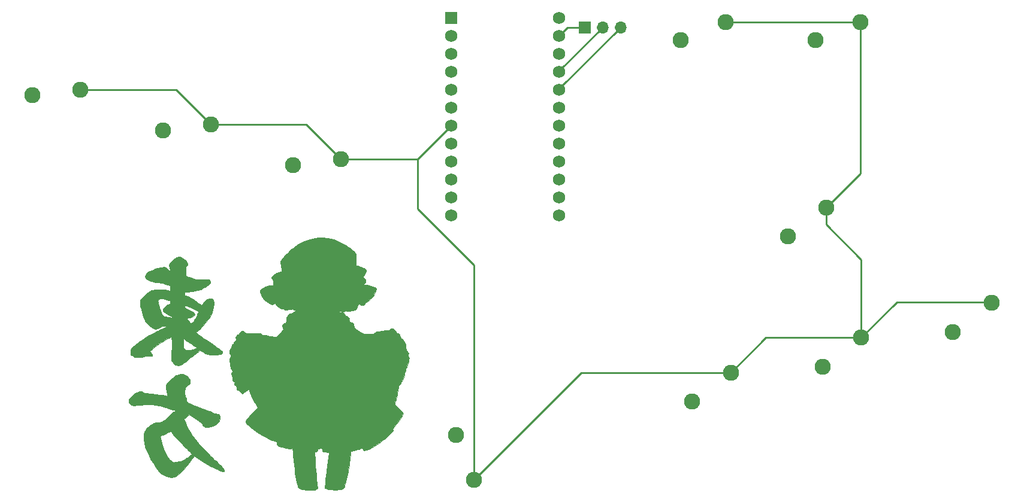
<source format=gbr>
%TF.GenerationSoftware,KiCad,Pcbnew,(5.1.10-1-10_14)*%
%TF.CreationDate,2021-06-08T08:47:03+02:00*%
%TF.ProjectId,project,70726f6a-6563-4742-9e6b-696361645f70,rev?*%
%TF.SameCoordinates,Original*%
%TF.FileFunction,Copper,L2,Bot*%
%TF.FilePolarity,Positive*%
%FSLAX46Y46*%
G04 Gerber Fmt 4.6, Leading zero omitted, Abs format (unit mm)*
G04 Created by KiCad (PCBNEW (5.1.10-1-10_14)) date 2021-06-08 08:47:03*
%MOMM*%
%LPD*%
G01*
G04 APERTURE LIST*
%TA.AperFunction,EtchedComponent*%
%ADD10C,0.010000*%
%TD*%
%TA.AperFunction,ComponentPad*%
%ADD11C,1.752600*%
%TD*%
%TA.AperFunction,ComponentPad*%
%ADD12R,1.752600X1.752600*%
%TD*%
%TA.AperFunction,ComponentPad*%
%ADD13C,2.286000*%
%TD*%
%TA.AperFunction,ComponentPad*%
%ADD14O,1.700000X1.700000*%
%TD*%
%TA.AperFunction,ComponentPad*%
%ADD15R,1.700000X1.700000*%
%TD*%
%TA.AperFunction,Conductor*%
%ADD16C,0.250000*%
%TD*%
G04 APERTURE END LIST*
D10*
%TO.C,*%
G36*
X124377485Y-79828495D02*
G01*
X123690322Y-79932561D01*
X123008448Y-80120678D01*
X122331404Y-80392977D01*
X121658736Y-80749589D01*
X120989985Y-81190646D01*
X120870019Y-81278993D01*
X120685877Y-81425888D01*
X120473282Y-81610341D01*
X120244366Y-81820315D01*
X120011260Y-82043777D01*
X119786098Y-82268689D01*
X119581011Y-82483018D01*
X119408131Y-82674726D01*
X119279591Y-82831780D01*
X119224375Y-82911527D01*
X119145648Y-83046180D01*
X119102661Y-83146507D01*
X119087740Y-83246736D01*
X119093212Y-83381098D01*
X119100497Y-83464140D01*
X119127162Y-83668653D01*
X119168985Y-83900062D01*
X119211084Y-84084583D01*
X119262708Y-84288772D01*
X119288450Y-84426786D01*
X119284321Y-84514236D01*
X119246332Y-84566735D01*
X119170491Y-84599894D01*
X119073083Y-84624583D01*
X118843944Y-84696935D01*
X118590869Y-84806751D01*
X118343752Y-84938718D01*
X118132484Y-85077524D01*
X118039052Y-85154302D01*
X117901624Y-85316066D01*
X117848370Y-85471222D01*
X117879166Y-85621090D01*
X117983279Y-85757017D01*
X118065681Y-85854269D01*
X118072479Y-85916153D01*
X118067946Y-85921571D01*
X118035904Y-86000609D01*
X118027841Y-86124960D01*
X118042076Y-86259252D01*
X118076926Y-86368112D01*
X118090180Y-86389258D01*
X118138274Y-86463307D01*
X118152333Y-86499835D01*
X118113513Y-86516812D01*
X118010680Y-86536142D01*
X117864273Y-86554175D01*
X117829311Y-86557510D01*
X117551509Y-86599952D01*
X117257149Y-86674531D01*
X116965527Y-86773647D01*
X116695942Y-86889702D01*
X116467690Y-87015094D01*
X116300070Y-87142226D01*
X116272365Y-87170645D01*
X116216411Y-87288691D01*
X116218462Y-87457541D01*
X116279020Y-87680344D01*
X116397595Y-87958192D01*
X116579849Y-88264210D01*
X116821302Y-88563045D01*
X117100800Y-88833007D01*
X117397190Y-89052404D01*
X117548026Y-89137833D01*
X117699908Y-89210172D01*
X117828576Y-89264218D01*
X117910969Y-89290473D01*
X117921268Y-89291583D01*
X117995124Y-89267203D01*
X118098717Y-89206179D01*
X118135143Y-89179846D01*
X118226765Y-89115588D01*
X118286225Y-89084413D01*
X118295918Y-89084596D01*
X118324179Y-89130658D01*
X118361760Y-89200079D01*
X118493743Y-89392953D01*
X118670190Y-89566551D01*
X118871266Y-89707400D01*
X119077135Y-89802031D01*
X119267962Y-89836974D01*
X119298102Y-89835965D01*
X119439487Y-89845280D01*
X119549529Y-89907603D01*
X119567793Y-89924040D01*
X119626059Y-89972868D01*
X119686594Y-90000266D01*
X119771924Y-90009785D01*
X119904574Y-90004978D01*
X120024467Y-89996041D01*
X120227670Y-89975022D01*
X120434098Y-89945819D01*
X120601604Y-89914462D01*
X120612388Y-89911963D01*
X120748345Y-89882447D01*
X120826537Y-89876884D01*
X120870917Y-89897075D01*
X120898497Y-89933503D01*
X120971209Y-89997019D01*
X121024797Y-90011250D01*
X121104337Y-90039234D01*
X121187308Y-90103526D01*
X121238644Y-90174630D01*
X121242666Y-90194500D01*
X121208597Y-90220397D01*
X121184876Y-90222916D01*
X121114982Y-90247530D01*
X121019710Y-90307821D01*
X121006244Y-90318166D01*
X120896659Y-90383506D01*
X120740793Y-90452425D01*
X120571586Y-90512728D01*
X120421976Y-90552221D01*
X120350462Y-90560960D01*
X120264280Y-90596259D01*
X120176228Y-90680173D01*
X120113680Y-90781861D01*
X120099666Y-90843500D01*
X120069692Y-90934846D01*
X120010732Y-91009946D01*
X119962183Y-91065750D01*
X119938193Y-91136914D01*
X119933676Y-91248813D01*
X119939427Y-91365757D01*
X119931683Y-91609486D01*
X119873905Y-91788902D01*
X119767129Y-91901759D01*
X119675797Y-91937534D01*
X119517639Y-91999468D01*
X119399336Y-92097909D01*
X119340566Y-92214835D01*
X119337457Y-92247406D01*
X119351702Y-92355677D01*
X119387911Y-92497318D01*
X119408233Y-92558811D01*
X119479218Y-92756872D01*
X119238630Y-93045644D01*
X119086852Y-93224322D01*
X118914637Y-93421830D01*
X118757765Y-93597162D01*
X118749313Y-93606419D01*
X118500584Y-93878421D01*
X117575042Y-93722338D01*
X117299900Y-93676685D01*
X117048287Y-93636347D01*
X116833793Y-93603387D01*
X116670006Y-93579872D01*
X116570514Y-93567867D01*
X116551517Y-93566752D01*
X116453514Y-93532813D01*
X116349651Y-93443668D01*
X116343870Y-93436922D01*
X116234206Y-93306593D01*
X115256519Y-93320505D01*
X114278833Y-93334417D01*
X114009426Y-93154500D01*
X113818372Y-93038553D01*
X113672184Y-92982439D01*
X113555923Y-92986061D01*
X113454651Y-93049319D01*
X113368932Y-93150268D01*
X113295758Y-93260499D01*
X113249745Y-93347544D01*
X113241666Y-93376306D01*
X113207274Y-93429806D01*
X113141044Y-93472506D01*
X113047620Y-93528609D01*
X112931370Y-93615631D01*
X112887044Y-93653020D01*
X112782404Y-93763244D01*
X112738215Y-93866725D01*
X112733666Y-93923002D01*
X112747706Y-94032686D01*
X112781367Y-94106017D01*
X112812248Y-94189477D01*
X112779662Y-94293357D01*
X112693277Y-94395416D01*
X112638110Y-94435643D01*
X112537753Y-94518610D01*
X112494473Y-94624451D01*
X112487694Y-94679060D01*
X112467152Y-94789573D01*
X112423767Y-94834021D01*
X112399006Y-94837250D01*
X112297315Y-94875266D01*
X112218982Y-94972205D01*
X112183733Y-95102399D01*
X112183333Y-95117867D01*
X112170667Y-95221717D01*
X112142855Y-95284128D01*
X112096883Y-95356217D01*
X112036673Y-95484402D01*
X111971813Y-95643534D01*
X111911889Y-95808465D01*
X111866489Y-95954044D01*
X111845199Y-96055122D01*
X111844666Y-96066354D01*
X111882495Y-96190206D01*
X111986618Y-96307781D01*
X112072070Y-96389516D01*
X112100105Y-96444521D01*
X112080859Y-96497100D01*
X112071285Y-96510757D01*
X112024025Y-96615797D01*
X112014000Y-96681657D01*
X111984144Y-96782790D01*
X111945601Y-96830982D01*
X111918755Y-96863927D01*
X111902089Y-96916891D01*
X111896103Y-97000162D01*
X111901299Y-97124028D01*
X111918178Y-97298777D01*
X111947240Y-97534700D01*
X111988988Y-97842083D01*
X111997976Y-97906417D01*
X112035349Y-98141824D01*
X112072073Y-98303489D01*
X112111031Y-98402260D01*
X112139196Y-98438119D01*
X112212594Y-98522884D01*
X112282081Y-98633548D01*
X112322847Y-98725282D01*
X112314878Y-98785100D01*
X112251376Y-98854636D01*
X112244997Y-98860642D01*
X112162351Y-98991551D01*
X112143138Y-99150758D01*
X112188466Y-99309254D01*
X112225666Y-99366917D01*
X112284170Y-99483100D01*
X112308088Y-99648828D01*
X112309392Y-99706747D01*
X112333265Y-99921296D01*
X112405633Y-100071641D01*
X112530631Y-100165694D01*
X112554332Y-100175495D01*
X112625869Y-100214476D01*
X112622797Y-100255714D01*
X112613560Y-100265956D01*
X112567460Y-100368510D01*
X112585438Y-100508069D01*
X112664764Y-100669629D01*
X112694995Y-100713243D01*
X112775827Y-100813852D01*
X112840714Y-100878252D01*
X112864329Y-100890917D01*
X112887733Y-100928679D01*
X112901479Y-101023872D01*
X112903000Y-101074855D01*
X112930333Y-101243459D01*
X113007920Y-101354308D01*
X113129146Y-101398505D01*
X113143992Y-101398917D01*
X113227430Y-101435959D01*
X113325138Y-101537711D01*
X113349698Y-101571422D01*
X113485235Y-101744082D01*
X113606387Y-101838147D01*
X113726351Y-101854668D01*
X113858328Y-101794698D01*
X114015515Y-101659290D01*
X114047446Y-101627046D01*
X114225935Y-101463166D01*
X114394565Y-101344255D01*
X114538035Y-101280239D01*
X114594973Y-101271917D01*
X114627994Y-101308087D01*
X114638666Y-101376183D01*
X114660507Y-101499006D01*
X114722513Y-101682281D01*
X114819411Y-101915016D01*
X114945927Y-102186224D01*
X115096787Y-102484914D01*
X115266717Y-102800098D01*
X115450444Y-103120785D01*
X115575150Y-103327600D01*
X115874029Y-103812886D01*
X115274153Y-104434160D01*
X115068952Y-104649725D01*
X114863590Y-104870869D01*
X114673188Y-105080921D01*
X114512867Y-105263213D01*
X114402472Y-105395150D01*
X114261315Y-105576343D01*
X114170032Y-105717237D01*
X114131198Y-105833352D01*
X114147393Y-105940207D01*
X114221194Y-106053324D01*
X114355178Y-106188222D01*
X114551923Y-106360421D01*
X114564583Y-106371255D01*
X114869932Y-106623003D01*
X115200608Y-106878866D01*
X115547850Y-107133371D01*
X115902894Y-107381045D01*
X116256978Y-107616415D01*
X116601341Y-107834009D01*
X116927219Y-108028353D01*
X117225850Y-108193975D01*
X117488472Y-108325402D01*
X117706322Y-108417160D01*
X117870638Y-108463779D01*
X117922560Y-108468583D01*
X118073308Y-108496051D01*
X118183115Y-108553250D01*
X118281805Y-108613274D01*
X118366247Y-108637917D01*
X118486520Y-108651218D01*
X118546704Y-108702283D01*
X118559302Y-108807854D01*
X118551682Y-108886175D01*
X118541434Y-109013654D01*
X118561166Y-109096798D01*
X118622971Y-109174031D01*
X118650823Y-109201123D01*
X118721286Y-109255767D01*
X118818848Y-109305739D01*
X118958213Y-109356550D01*
X119154082Y-109413712D01*
X119363540Y-109468273D01*
X119611453Y-109526205D01*
X119865165Y-109577536D01*
X120096652Y-109617069D01*
X120277889Y-109639608D01*
X120294445Y-109640890D01*
X120465950Y-109651241D01*
X120573800Y-109650278D01*
X120638651Y-109634430D01*
X120681161Y-109600127D01*
X120703895Y-109570116D01*
X120745552Y-109515956D01*
X120768408Y-109517192D01*
X120783519Y-109584929D01*
X120793183Y-109659792D01*
X120803995Y-109760756D01*
X120820167Y-109928896D01*
X120840124Y-110147006D01*
X120862290Y-110397881D01*
X120883776Y-110648750D01*
X120944602Y-111323267D01*
X121010033Y-111961658D01*
X121079194Y-112558275D01*
X121151208Y-113107468D01*
X121225198Y-113603589D01*
X121300289Y-114040988D01*
X121375603Y-114414018D01*
X121450265Y-114717028D01*
X121523398Y-114944370D01*
X121565055Y-115039897D01*
X121656475Y-115190384D01*
X121764503Y-115295699D01*
X121909142Y-115368165D01*
X122110396Y-115420107D01*
X122211011Y-115437862D01*
X122393455Y-115461425D01*
X122621071Y-115481820D01*
X122875915Y-115498418D01*
X123140041Y-115510587D01*
X123395503Y-115517698D01*
X123624356Y-115519120D01*
X123808656Y-115514222D01*
X123930456Y-115502374D01*
X123946790Y-115498847D01*
X124080606Y-115440828D01*
X124195175Y-115356651D01*
X124300602Y-115251223D01*
X124189402Y-114008320D01*
X124132863Y-113356813D01*
X124079960Y-112708702D01*
X124031933Y-112080716D01*
X123990026Y-111489587D01*
X123955481Y-110952043D01*
X123933406Y-110560786D01*
X123909049Y-110091823D01*
X124036745Y-110110565D01*
X124174070Y-110102842D01*
X124257951Y-110030200D01*
X124290176Y-109890918D01*
X124290666Y-109865907D01*
X124290666Y-109707265D01*
X124555250Y-109657011D01*
X124706544Y-109627126D01*
X124831796Y-109600351D01*
X124893916Y-109585151D01*
X124938579Y-109583906D01*
X124960777Y-109626243D01*
X124967774Y-109730246D01*
X124968000Y-109769597D01*
X124982416Y-109934434D01*
X125031655Y-110031359D01*
X125124700Y-110073088D01*
X125185366Y-110077250D01*
X125269603Y-110084883D01*
X125400965Y-110104701D01*
X125555380Y-110132085D01*
X125708777Y-110162416D01*
X125837085Y-110191072D01*
X125916233Y-110213434D01*
X125929207Y-110220013D01*
X125928779Y-110265267D01*
X125918091Y-110383252D01*
X125898583Y-110562842D01*
X125871693Y-110792913D01*
X125838862Y-111062340D01*
X125801529Y-111359999D01*
X125761132Y-111674765D01*
X125719111Y-111995514D01*
X125676906Y-112311121D01*
X125635955Y-112610462D01*
X125597698Y-112882412D01*
X125563574Y-113115846D01*
X125535023Y-113299641D01*
X125517727Y-113400417D01*
X125481701Y-113635894D01*
X125448996Y-113925359D01*
X125422615Y-114238131D01*
X125405559Y-114543532D01*
X125405346Y-114549028D01*
X125379135Y-115231972D01*
X125488556Y-115303668D01*
X125629668Y-115365055D01*
X125837756Y-115415245D01*
X126095798Y-115453686D01*
X126386775Y-115479827D01*
X126693668Y-115493114D01*
X126999456Y-115492997D01*
X127287119Y-115478922D01*
X127539638Y-115450338D01*
X127739992Y-115406692D01*
X127815088Y-115379139D01*
X127977482Y-115282614D01*
X128062199Y-115171859D01*
X128062882Y-115170138D01*
X128108176Y-115034421D01*
X128166323Y-114829360D01*
X128234147Y-114568746D01*
X128308470Y-114266369D01*
X128386116Y-113936020D01*
X128463907Y-113591490D01*
X128538666Y-113246570D01*
X128607216Y-112915050D01*
X128666380Y-112610723D01*
X128712469Y-112350481D01*
X128774045Y-111964310D01*
X128831011Y-111581487D01*
X128881730Y-111214996D01*
X128924566Y-110877820D01*
X128957883Y-110582944D01*
X128980043Y-110343351D01*
X128989412Y-110172026D01*
X128989615Y-110151333D01*
X128996529Y-110046470D01*
X129027628Y-110001633D01*
X129092403Y-109992583D01*
X129176655Y-109981196D01*
X129323050Y-109950365D01*
X129512671Y-109905083D01*
X129726599Y-109850343D01*
X129945913Y-109791139D01*
X130151697Y-109732464D01*
X130325030Y-109679313D01*
X130446993Y-109636677D01*
X130458397Y-109632039D01*
X130570558Y-109593933D01*
X130625559Y-109600228D01*
X130634693Y-109614830D01*
X130671737Y-109675853D01*
X130743875Y-109767316D01*
X130769531Y-109796732D01*
X130887851Y-109929083D01*
X131177009Y-109854231D01*
X131503128Y-109747489D01*
X131857876Y-109587341D01*
X132249467Y-109369631D01*
X132683408Y-109092027D01*
X132971795Y-108891497D01*
X133268404Y-108674288D01*
X133565296Y-108447207D01*
X133854530Y-108217061D01*
X134128168Y-107990655D01*
X134378271Y-107774796D01*
X134596900Y-107576290D01*
X134776116Y-107401944D01*
X134907978Y-107258565D01*
X134984550Y-107152958D01*
X135001000Y-107105098D01*
X134980980Y-106999333D01*
X134957336Y-106942096D01*
X134945974Y-106897951D01*
X134962223Y-106841503D01*
X135013913Y-106760285D01*
X135108873Y-106641832D01*
X135243086Y-106487094D01*
X135447297Y-106243985D01*
X135649126Y-105982515D01*
X135841204Y-105714296D01*
X136016168Y-105450944D01*
X136166649Y-105204072D01*
X136285281Y-104985294D01*
X136364699Y-104806223D01*
X136397537Y-104678474D01*
X136398000Y-104666216D01*
X136364921Y-104572830D01*
X136270412Y-104437263D01*
X136121568Y-104267065D01*
X135925482Y-104069784D01*
X135689248Y-103852969D01*
X135419961Y-103624169D01*
X135414757Y-103619908D01*
X135299707Y-103502220D01*
X135253580Y-103387650D01*
X135251626Y-103365908D01*
X135259936Y-103282515D01*
X135286863Y-103134778D01*
X135328776Y-102940043D01*
X135382042Y-102715659D01*
X135415286Y-102584250D01*
X135483370Y-102304520D01*
X135550462Y-101999812D01*
X135609707Y-101703126D01*
X135654249Y-101447461D01*
X135661550Y-101398917D01*
X135694520Y-101177807D01*
X135722836Y-101020842D01*
X135753272Y-100908274D01*
X135792601Y-100820356D01*
X135847598Y-100737340D01*
X135919859Y-100645852D01*
X136011964Y-100524406D01*
X136077370Y-100422861D01*
X136101667Y-100364169D01*
X136121315Y-100299557D01*
X136172682Y-100187075D01*
X136240375Y-100058900D01*
X136394500Y-99766144D01*
X136509236Y-99510232D01*
X136582341Y-99298298D01*
X136611575Y-99137479D01*
X136594697Y-99034910D01*
X136570067Y-99008772D01*
X136569782Y-98966713D01*
X136620350Y-98894971D01*
X136633567Y-98881198D01*
X136693840Y-98806337D01*
X136725160Y-98717100D01*
X136736081Y-98583702D01*
X136736666Y-98522174D01*
X136741621Y-98373460D01*
X136759013Y-98293454D01*
X136792633Y-98266643D01*
X136799191Y-98266250D01*
X136858457Y-98245476D01*
X136914574Y-98177353D01*
X136971373Y-98053180D01*
X137032686Y-97864256D01*
X137102345Y-97601881D01*
X137115772Y-97547384D01*
X137184844Y-97245437D01*
X137226250Y-97014809D01*
X137240662Y-96847034D01*
X137228753Y-96733648D01*
X137191194Y-96666186D01*
X137186127Y-96661700D01*
X137153507Y-96606236D01*
X137142197Y-96501405D01*
X137149802Y-96336371D01*
X137159524Y-96185223D01*
X137152582Y-96088139D01*
X137120147Y-96014880D01*
X137053393Y-95935207D01*
X137023438Y-95903521D01*
X136938316Y-95806672D01*
X136879416Y-95713497D01*
X136839293Y-95602596D01*
X136810500Y-95452573D01*
X136785593Y-95242029D01*
X136782436Y-95210932D01*
X136742882Y-94989134D01*
X136672961Y-94764042D01*
X136580951Y-94550887D01*
X136475129Y-94364900D01*
X136363771Y-94221312D01*
X136255156Y-94135352D01*
X136188231Y-94117583D01*
X136139290Y-94093790D01*
X136094140Y-94013699D01*
X136045735Y-93864244D01*
X136039638Y-93842009D01*
X135962424Y-93609255D01*
X135876581Y-93455917D01*
X135778169Y-93376876D01*
X135672828Y-93365421D01*
X135615284Y-93367309D01*
X135561587Y-93346711D01*
X135499124Y-93292272D01*
X135415285Y-93192634D01*
X135297460Y-93036441D01*
X135277591Y-93009491D01*
X135155317Y-92845435D01*
X135068252Y-92738123D01*
X135002200Y-92675539D01*
X134942964Y-92645668D01*
X134876350Y-92636496D01*
X134836217Y-92635917D01*
X134709127Y-92650813D01*
X134613627Y-92709351D01*
X134555709Y-92771577D01*
X134465689Y-92861322D01*
X134376726Y-92895623D01*
X134283180Y-92895802D01*
X134181989Y-92899562D01*
X134019396Y-92918054D01*
X133816808Y-92948368D01*
X133595632Y-92987598D01*
X133567791Y-92992975D01*
X133338179Y-93034470D01*
X133117057Y-93068651D01*
X132928625Y-93092134D01*
X132797084Y-93101539D01*
X132790591Y-93101583D01*
X132651121Y-93108575D01*
X132553042Y-93140542D01*
X132456609Y-93213968D01*
X132407859Y-93260333D01*
X132245316Y-93419083D01*
X131580575Y-93419083D01*
X131320304Y-93417917D01*
X131127026Y-93413149D01*
X130983081Y-93402878D01*
X130870813Y-93385203D01*
X130772564Y-93358221D01*
X130674226Y-93321468D01*
X130471349Y-93224794D01*
X130234192Y-93089234D01*
X129991150Y-92932831D01*
X129770613Y-92773626D01*
X129633986Y-92660467D01*
X129538267Y-92565646D01*
X129483139Y-92477996D01*
X129452682Y-92363912D01*
X129436848Y-92244349D01*
X129404154Y-92037289D01*
X129354595Y-91901592D01*
X129278537Y-91824259D01*
X129166342Y-91792296D01*
X129099393Y-91789250D01*
X128934559Y-91759361D01*
X128826860Y-91668566D01*
X128775004Y-91515175D01*
X128771850Y-91359986D01*
X128773679Y-91232233D01*
X128749118Y-91154719D01*
X128686255Y-91094267D01*
X128673071Y-91084819D01*
X128557369Y-91000205D01*
X128441162Y-90910833D01*
X128342571Y-90846677D01*
X128260379Y-90816021D01*
X128253305Y-90815583D01*
X128196679Y-90780396D01*
X128185333Y-90733277D01*
X128158807Y-90646923D01*
X128094001Y-90545149D01*
X128084604Y-90533866D01*
X128020837Y-90470768D01*
X127947676Y-90432934D01*
X127839605Y-90411873D01*
X127681336Y-90399666D01*
X127515869Y-90386337D01*
X127414625Y-90365411D01*
X127357176Y-90330836D01*
X127332648Y-90296337D01*
X127311528Y-90249120D01*
X127324315Y-90227141D01*
X127387010Y-90226380D01*
X127515616Y-90242819D01*
X127534832Y-90245555D01*
X127773417Y-90274154D01*
X127946604Y-90279934D01*
X128070928Y-90261416D01*
X128162922Y-90217119D01*
X128200772Y-90185964D01*
X128280746Y-90125637D01*
X128327881Y-90131361D01*
X128335326Y-90141205D01*
X128393377Y-90165929D01*
X128515718Y-90177841D01*
X128683158Y-90178248D01*
X128876506Y-90168459D01*
X129076572Y-90149780D01*
X129264165Y-90123520D01*
X129420094Y-90090984D01*
X129509352Y-90061223D01*
X129635882Y-89996250D01*
X129729834Y-89920904D01*
X129805438Y-89816452D01*
X129876926Y-89664160D01*
X129941998Y-89491723D01*
X130007233Y-89319861D01*
X130063091Y-89220649D01*
X130126644Y-89186306D01*
X130214961Y-89209052D01*
X130345112Y-89281105D01*
X130370497Y-89296410D01*
X130503613Y-89349988D01*
X130655320Y-89375826D01*
X130673650Y-89376250D01*
X130806443Y-89361056D01*
X130902990Y-89301759D01*
X130951478Y-89249478D01*
X131028850Y-89144320D01*
X131080548Y-89050423D01*
X131084829Y-89038648D01*
X131137283Y-88973322D01*
X131240777Y-88901500D01*
X131306996Y-88868116D01*
X131444682Y-88785541D01*
X131619038Y-88646890D01*
X131815783Y-88463706D01*
X131851138Y-88428249D01*
X132030010Y-88238933D01*
X132164217Y-88073619D01*
X132274886Y-87903019D01*
X132383144Y-87697844D01*
X132393895Y-87675851D01*
X132510035Y-87413125D01*
X132573103Y-87208286D01*
X132584219Y-87054172D01*
X132544506Y-86943621D01*
X132513916Y-86909337D01*
X132368829Y-86813446D01*
X132158034Y-86721261D01*
X131900468Y-86638478D01*
X131615068Y-86570795D01*
X131320769Y-86523907D01*
X131190087Y-86511080D01*
X131033206Y-86497858D01*
X130915083Y-86485761D01*
X130855709Y-86476909D01*
X130852333Y-86475271D01*
X130872424Y-86437012D01*
X130925142Y-86345963D01*
X130999151Y-86221693D01*
X131000500Y-86219452D01*
X131100407Y-86034803D01*
X131142626Y-85893605D01*
X131125679Y-85776000D01*
X131048090Y-85662124D01*
X130952206Y-85569848D01*
X130842737Y-85478797D01*
X130755884Y-85416148D01*
X130715768Y-85396917D01*
X130716871Y-85366473D01*
X130760056Y-85287345D01*
X130822345Y-85195833D01*
X130934744Y-85028239D01*
X131038416Y-84850046D01*
X131122638Y-84682241D01*
X131176686Y-84545809D01*
X131191000Y-84474370D01*
X131161715Y-84390237D01*
X131095693Y-84306139D01*
X130993299Y-84232294D01*
X130832245Y-84141143D01*
X130634053Y-84042568D01*
X130420246Y-83946447D01*
X130212346Y-83862661D01*
X130031875Y-83801089D01*
X129948432Y-83779488D01*
X129700697Y-83727193D01*
X129727457Y-83556638D01*
X129752143Y-83353214D01*
X129771132Y-83107616D01*
X129783407Y-82846845D01*
X129787950Y-82597900D01*
X129783745Y-82387781D01*
X129775467Y-82281663D01*
X129757836Y-82159908D01*
X129730716Y-82068822D01*
X129680822Y-81986313D01*
X129594868Y-81890288D01*
X129462819Y-81761756D01*
X129210158Y-81530745D01*
X128958884Y-81324194D01*
X128684588Y-81123408D01*
X128362863Y-80909695D01*
X128288323Y-80862266D01*
X127908362Y-80642595D01*
X127485821Y-80433876D01*
X127042016Y-80244489D01*
X126598261Y-80082814D01*
X126175873Y-79957232D01*
X125796167Y-79876123D01*
X125769502Y-79871991D01*
X125070393Y-79808349D01*
X124377485Y-79828495D01*
G37*
X124377485Y-79828495D02*
X123690322Y-79932561D01*
X123008448Y-80120678D01*
X122331404Y-80392977D01*
X121658736Y-80749589D01*
X120989985Y-81190646D01*
X120870019Y-81278993D01*
X120685877Y-81425888D01*
X120473282Y-81610341D01*
X120244366Y-81820315D01*
X120011260Y-82043777D01*
X119786098Y-82268689D01*
X119581011Y-82483018D01*
X119408131Y-82674726D01*
X119279591Y-82831780D01*
X119224375Y-82911527D01*
X119145648Y-83046180D01*
X119102661Y-83146507D01*
X119087740Y-83246736D01*
X119093212Y-83381098D01*
X119100497Y-83464140D01*
X119127162Y-83668653D01*
X119168985Y-83900062D01*
X119211084Y-84084583D01*
X119262708Y-84288772D01*
X119288450Y-84426786D01*
X119284321Y-84514236D01*
X119246332Y-84566735D01*
X119170491Y-84599894D01*
X119073083Y-84624583D01*
X118843944Y-84696935D01*
X118590869Y-84806751D01*
X118343752Y-84938718D01*
X118132484Y-85077524D01*
X118039052Y-85154302D01*
X117901624Y-85316066D01*
X117848370Y-85471222D01*
X117879166Y-85621090D01*
X117983279Y-85757017D01*
X118065681Y-85854269D01*
X118072479Y-85916153D01*
X118067946Y-85921571D01*
X118035904Y-86000609D01*
X118027841Y-86124960D01*
X118042076Y-86259252D01*
X118076926Y-86368112D01*
X118090180Y-86389258D01*
X118138274Y-86463307D01*
X118152333Y-86499835D01*
X118113513Y-86516812D01*
X118010680Y-86536142D01*
X117864273Y-86554175D01*
X117829311Y-86557510D01*
X117551509Y-86599952D01*
X117257149Y-86674531D01*
X116965527Y-86773647D01*
X116695942Y-86889702D01*
X116467690Y-87015094D01*
X116300070Y-87142226D01*
X116272365Y-87170645D01*
X116216411Y-87288691D01*
X116218462Y-87457541D01*
X116279020Y-87680344D01*
X116397595Y-87958192D01*
X116579849Y-88264210D01*
X116821302Y-88563045D01*
X117100800Y-88833007D01*
X117397190Y-89052404D01*
X117548026Y-89137833D01*
X117699908Y-89210172D01*
X117828576Y-89264218D01*
X117910969Y-89290473D01*
X117921268Y-89291583D01*
X117995124Y-89267203D01*
X118098717Y-89206179D01*
X118135143Y-89179846D01*
X118226765Y-89115588D01*
X118286225Y-89084413D01*
X118295918Y-89084596D01*
X118324179Y-89130658D01*
X118361760Y-89200079D01*
X118493743Y-89392953D01*
X118670190Y-89566551D01*
X118871266Y-89707400D01*
X119077135Y-89802031D01*
X119267962Y-89836974D01*
X119298102Y-89835965D01*
X119439487Y-89845280D01*
X119549529Y-89907603D01*
X119567793Y-89924040D01*
X119626059Y-89972868D01*
X119686594Y-90000266D01*
X119771924Y-90009785D01*
X119904574Y-90004978D01*
X120024467Y-89996041D01*
X120227670Y-89975022D01*
X120434098Y-89945819D01*
X120601604Y-89914462D01*
X120612388Y-89911963D01*
X120748345Y-89882447D01*
X120826537Y-89876884D01*
X120870917Y-89897075D01*
X120898497Y-89933503D01*
X120971209Y-89997019D01*
X121024797Y-90011250D01*
X121104337Y-90039234D01*
X121187308Y-90103526D01*
X121238644Y-90174630D01*
X121242666Y-90194500D01*
X121208597Y-90220397D01*
X121184876Y-90222916D01*
X121114982Y-90247530D01*
X121019710Y-90307821D01*
X121006244Y-90318166D01*
X120896659Y-90383506D01*
X120740793Y-90452425D01*
X120571586Y-90512728D01*
X120421976Y-90552221D01*
X120350462Y-90560960D01*
X120264280Y-90596259D01*
X120176228Y-90680173D01*
X120113680Y-90781861D01*
X120099666Y-90843500D01*
X120069692Y-90934846D01*
X120010732Y-91009946D01*
X119962183Y-91065750D01*
X119938193Y-91136914D01*
X119933676Y-91248813D01*
X119939427Y-91365757D01*
X119931683Y-91609486D01*
X119873905Y-91788902D01*
X119767129Y-91901759D01*
X119675797Y-91937534D01*
X119517639Y-91999468D01*
X119399336Y-92097909D01*
X119340566Y-92214835D01*
X119337457Y-92247406D01*
X119351702Y-92355677D01*
X119387911Y-92497318D01*
X119408233Y-92558811D01*
X119479218Y-92756872D01*
X119238630Y-93045644D01*
X119086852Y-93224322D01*
X118914637Y-93421830D01*
X118757765Y-93597162D01*
X118749313Y-93606419D01*
X118500584Y-93878421D01*
X117575042Y-93722338D01*
X117299900Y-93676685D01*
X117048287Y-93636347D01*
X116833793Y-93603387D01*
X116670006Y-93579872D01*
X116570514Y-93567867D01*
X116551517Y-93566752D01*
X116453514Y-93532813D01*
X116349651Y-93443668D01*
X116343870Y-93436922D01*
X116234206Y-93306593D01*
X115256519Y-93320505D01*
X114278833Y-93334417D01*
X114009426Y-93154500D01*
X113818372Y-93038553D01*
X113672184Y-92982439D01*
X113555923Y-92986061D01*
X113454651Y-93049319D01*
X113368932Y-93150268D01*
X113295758Y-93260499D01*
X113249745Y-93347544D01*
X113241666Y-93376306D01*
X113207274Y-93429806D01*
X113141044Y-93472506D01*
X113047620Y-93528609D01*
X112931370Y-93615631D01*
X112887044Y-93653020D01*
X112782404Y-93763244D01*
X112738215Y-93866725D01*
X112733666Y-93923002D01*
X112747706Y-94032686D01*
X112781367Y-94106017D01*
X112812248Y-94189477D01*
X112779662Y-94293357D01*
X112693277Y-94395416D01*
X112638110Y-94435643D01*
X112537753Y-94518610D01*
X112494473Y-94624451D01*
X112487694Y-94679060D01*
X112467152Y-94789573D01*
X112423767Y-94834021D01*
X112399006Y-94837250D01*
X112297315Y-94875266D01*
X112218982Y-94972205D01*
X112183733Y-95102399D01*
X112183333Y-95117867D01*
X112170667Y-95221717D01*
X112142855Y-95284128D01*
X112096883Y-95356217D01*
X112036673Y-95484402D01*
X111971813Y-95643534D01*
X111911889Y-95808465D01*
X111866489Y-95954044D01*
X111845199Y-96055122D01*
X111844666Y-96066354D01*
X111882495Y-96190206D01*
X111986618Y-96307781D01*
X112072070Y-96389516D01*
X112100105Y-96444521D01*
X112080859Y-96497100D01*
X112071285Y-96510757D01*
X112024025Y-96615797D01*
X112014000Y-96681657D01*
X111984144Y-96782790D01*
X111945601Y-96830982D01*
X111918755Y-96863927D01*
X111902089Y-96916891D01*
X111896103Y-97000162D01*
X111901299Y-97124028D01*
X111918178Y-97298777D01*
X111947240Y-97534700D01*
X111988988Y-97842083D01*
X111997976Y-97906417D01*
X112035349Y-98141824D01*
X112072073Y-98303489D01*
X112111031Y-98402260D01*
X112139196Y-98438119D01*
X112212594Y-98522884D01*
X112282081Y-98633548D01*
X112322847Y-98725282D01*
X112314878Y-98785100D01*
X112251376Y-98854636D01*
X112244997Y-98860642D01*
X112162351Y-98991551D01*
X112143138Y-99150758D01*
X112188466Y-99309254D01*
X112225666Y-99366917D01*
X112284170Y-99483100D01*
X112308088Y-99648828D01*
X112309392Y-99706747D01*
X112333265Y-99921296D01*
X112405633Y-100071641D01*
X112530631Y-100165694D01*
X112554332Y-100175495D01*
X112625869Y-100214476D01*
X112622797Y-100255714D01*
X112613560Y-100265956D01*
X112567460Y-100368510D01*
X112585438Y-100508069D01*
X112664764Y-100669629D01*
X112694995Y-100713243D01*
X112775827Y-100813852D01*
X112840714Y-100878252D01*
X112864329Y-100890917D01*
X112887733Y-100928679D01*
X112901479Y-101023872D01*
X112903000Y-101074855D01*
X112930333Y-101243459D01*
X113007920Y-101354308D01*
X113129146Y-101398505D01*
X113143992Y-101398917D01*
X113227430Y-101435959D01*
X113325138Y-101537711D01*
X113349698Y-101571422D01*
X113485235Y-101744082D01*
X113606387Y-101838147D01*
X113726351Y-101854668D01*
X113858328Y-101794698D01*
X114015515Y-101659290D01*
X114047446Y-101627046D01*
X114225935Y-101463166D01*
X114394565Y-101344255D01*
X114538035Y-101280239D01*
X114594973Y-101271917D01*
X114627994Y-101308087D01*
X114638666Y-101376183D01*
X114660507Y-101499006D01*
X114722513Y-101682281D01*
X114819411Y-101915016D01*
X114945927Y-102186224D01*
X115096787Y-102484914D01*
X115266717Y-102800098D01*
X115450444Y-103120785D01*
X115575150Y-103327600D01*
X115874029Y-103812886D01*
X115274153Y-104434160D01*
X115068952Y-104649725D01*
X114863590Y-104870869D01*
X114673188Y-105080921D01*
X114512867Y-105263213D01*
X114402472Y-105395150D01*
X114261315Y-105576343D01*
X114170032Y-105717237D01*
X114131198Y-105833352D01*
X114147393Y-105940207D01*
X114221194Y-106053324D01*
X114355178Y-106188222D01*
X114551923Y-106360421D01*
X114564583Y-106371255D01*
X114869932Y-106623003D01*
X115200608Y-106878866D01*
X115547850Y-107133371D01*
X115902894Y-107381045D01*
X116256978Y-107616415D01*
X116601341Y-107834009D01*
X116927219Y-108028353D01*
X117225850Y-108193975D01*
X117488472Y-108325402D01*
X117706322Y-108417160D01*
X117870638Y-108463779D01*
X117922560Y-108468583D01*
X118073308Y-108496051D01*
X118183115Y-108553250D01*
X118281805Y-108613274D01*
X118366247Y-108637917D01*
X118486520Y-108651218D01*
X118546704Y-108702283D01*
X118559302Y-108807854D01*
X118551682Y-108886175D01*
X118541434Y-109013654D01*
X118561166Y-109096798D01*
X118622971Y-109174031D01*
X118650823Y-109201123D01*
X118721286Y-109255767D01*
X118818848Y-109305739D01*
X118958213Y-109356550D01*
X119154082Y-109413712D01*
X119363540Y-109468273D01*
X119611453Y-109526205D01*
X119865165Y-109577536D01*
X120096652Y-109617069D01*
X120277889Y-109639608D01*
X120294445Y-109640890D01*
X120465950Y-109651241D01*
X120573800Y-109650278D01*
X120638651Y-109634430D01*
X120681161Y-109600127D01*
X120703895Y-109570116D01*
X120745552Y-109515956D01*
X120768408Y-109517192D01*
X120783519Y-109584929D01*
X120793183Y-109659792D01*
X120803995Y-109760756D01*
X120820167Y-109928896D01*
X120840124Y-110147006D01*
X120862290Y-110397881D01*
X120883776Y-110648750D01*
X120944602Y-111323267D01*
X121010033Y-111961658D01*
X121079194Y-112558275D01*
X121151208Y-113107468D01*
X121225198Y-113603589D01*
X121300289Y-114040988D01*
X121375603Y-114414018D01*
X121450265Y-114717028D01*
X121523398Y-114944370D01*
X121565055Y-115039897D01*
X121656475Y-115190384D01*
X121764503Y-115295699D01*
X121909142Y-115368165D01*
X122110396Y-115420107D01*
X122211011Y-115437862D01*
X122393455Y-115461425D01*
X122621071Y-115481820D01*
X122875915Y-115498418D01*
X123140041Y-115510587D01*
X123395503Y-115517698D01*
X123624356Y-115519120D01*
X123808656Y-115514222D01*
X123930456Y-115502374D01*
X123946790Y-115498847D01*
X124080606Y-115440828D01*
X124195175Y-115356651D01*
X124300602Y-115251223D01*
X124189402Y-114008320D01*
X124132863Y-113356813D01*
X124079960Y-112708702D01*
X124031933Y-112080716D01*
X123990026Y-111489587D01*
X123955481Y-110952043D01*
X123933406Y-110560786D01*
X123909049Y-110091823D01*
X124036745Y-110110565D01*
X124174070Y-110102842D01*
X124257951Y-110030200D01*
X124290176Y-109890918D01*
X124290666Y-109865907D01*
X124290666Y-109707265D01*
X124555250Y-109657011D01*
X124706544Y-109627126D01*
X124831796Y-109600351D01*
X124893916Y-109585151D01*
X124938579Y-109583906D01*
X124960777Y-109626243D01*
X124967774Y-109730246D01*
X124968000Y-109769597D01*
X124982416Y-109934434D01*
X125031655Y-110031359D01*
X125124700Y-110073088D01*
X125185366Y-110077250D01*
X125269603Y-110084883D01*
X125400965Y-110104701D01*
X125555380Y-110132085D01*
X125708777Y-110162416D01*
X125837085Y-110191072D01*
X125916233Y-110213434D01*
X125929207Y-110220013D01*
X125928779Y-110265267D01*
X125918091Y-110383252D01*
X125898583Y-110562842D01*
X125871693Y-110792913D01*
X125838862Y-111062340D01*
X125801529Y-111359999D01*
X125761132Y-111674765D01*
X125719111Y-111995514D01*
X125676906Y-112311121D01*
X125635955Y-112610462D01*
X125597698Y-112882412D01*
X125563574Y-113115846D01*
X125535023Y-113299641D01*
X125517727Y-113400417D01*
X125481701Y-113635894D01*
X125448996Y-113925359D01*
X125422615Y-114238131D01*
X125405559Y-114543532D01*
X125405346Y-114549028D01*
X125379135Y-115231972D01*
X125488556Y-115303668D01*
X125629668Y-115365055D01*
X125837756Y-115415245D01*
X126095798Y-115453686D01*
X126386775Y-115479827D01*
X126693668Y-115493114D01*
X126999456Y-115492997D01*
X127287119Y-115478922D01*
X127539638Y-115450338D01*
X127739992Y-115406692D01*
X127815088Y-115379139D01*
X127977482Y-115282614D01*
X128062199Y-115171859D01*
X128062882Y-115170138D01*
X128108176Y-115034421D01*
X128166323Y-114829360D01*
X128234147Y-114568746D01*
X128308470Y-114266369D01*
X128386116Y-113936020D01*
X128463907Y-113591490D01*
X128538666Y-113246570D01*
X128607216Y-112915050D01*
X128666380Y-112610723D01*
X128712469Y-112350481D01*
X128774045Y-111964310D01*
X128831011Y-111581487D01*
X128881730Y-111214996D01*
X128924566Y-110877820D01*
X128957883Y-110582944D01*
X128980043Y-110343351D01*
X128989412Y-110172026D01*
X128989615Y-110151333D01*
X128996529Y-110046470D01*
X129027628Y-110001633D01*
X129092403Y-109992583D01*
X129176655Y-109981196D01*
X129323050Y-109950365D01*
X129512671Y-109905083D01*
X129726599Y-109850343D01*
X129945913Y-109791139D01*
X130151697Y-109732464D01*
X130325030Y-109679313D01*
X130446993Y-109636677D01*
X130458397Y-109632039D01*
X130570558Y-109593933D01*
X130625559Y-109600228D01*
X130634693Y-109614830D01*
X130671737Y-109675853D01*
X130743875Y-109767316D01*
X130769531Y-109796732D01*
X130887851Y-109929083D01*
X131177009Y-109854231D01*
X131503128Y-109747489D01*
X131857876Y-109587341D01*
X132249467Y-109369631D01*
X132683408Y-109092027D01*
X132971795Y-108891497D01*
X133268404Y-108674288D01*
X133565296Y-108447207D01*
X133854530Y-108217061D01*
X134128168Y-107990655D01*
X134378271Y-107774796D01*
X134596900Y-107576290D01*
X134776116Y-107401944D01*
X134907978Y-107258565D01*
X134984550Y-107152958D01*
X135001000Y-107105098D01*
X134980980Y-106999333D01*
X134957336Y-106942096D01*
X134945974Y-106897951D01*
X134962223Y-106841503D01*
X135013913Y-106760285D01*
X135108873Y-106641832D01*
X135243086Y-106487094D01*
X135447297Y-106243985D01*
X135649126Y-105982515D01*
X135841204Y-105714296D01*
X136016168Y-105450944D01*
X136166649Y-105204072D01*
X136285281Y-104985294D01*
X136364699Y-104806223D01*
X136397537Y-104678474D01*
X136398000Y-104666216D01*
X136364921Y-104572830D01*
X136270412Y-104437263D01*
X136121568Y-104267065D01*
X135925482Y-104069784D01*
X135689248Y-103852969D01*
X135419961Y-103624169D01*
X135414757Y-103619908D01*
X135299707Y-103502220D01*
X135253580Y-103387650D01*
X135251626Y-103365908D01*
X135259936Y-103282515D01*
X135286863Y-103134778D01*
X135328776Y-102940043D01*
X135382042Y-102715659D01*
X135415286Y-102584250D01*
X135483370Y-102304520D01*
X135550462Y-101999812D01*
X135609707Y-101703126D01*
X135654249Y-101447461D01*
X135661550Y-101398917D01*
X135694520Y-101177807D01*
X135722836Y-101020842D01*
X135753272Y-100908274D01*
X135792601Y-100820356D01*
X135847598Y-100737340D01*
X135919859Y-100645852D01*
X136011964Y-100524406D01*
X136077370Y-100422861D01*
X136101667Y-100364169D01*
X136121315Y-100299557D01*
X136172682Y-100187075D01*
X136240375Y-100058900D01*
X136394500Y-99766144D01*
X136509236Y-99510232D01*
X136582341Y-99298298D01*
X136611575Y-99137479D01*
X136594697Y-99034910D01*
X136570067Y-99008772D01*
X136569782Y-98966713D01*
X136620350Y-98894971D01*
X136633567Y-98881198D01*
X136693840Y-98806337D01*
X136725160Y-98717100D01*
X136736081Y-98583702D01*
X136736666Y-98522174D01*
X136741621Y-98373460D01*
X136759013Y-98293454D01*
X136792633Y-98266643D01*
X136799191Y-98266250D01*
X136858457Y-98245476D01*
X136914574Y-98177353D01*
X136971373Y-98053180D01*
X137032686Y-97864256D01*
X137102345Y-97601881D01*
X137115772Y-97547384D01*
X137184844Y-97245437D01*
X137226250Y-97014809D01*
X137240662Y-96847034D01*
X137228753Y-96733648D01*
X137191194Y-96666186D01*
X137186127Y-96661700D01*
X137153507Y-96606236D01*
X137142197Y-96501405D01*
X137149802Y-96336371D01*
X137159524Y-96185223D01*
X137152582Y-96088139D01*
X137120147Y-96014880D01*
X137053393Y-95935207D01*
X137023438Y-95903521D01*
X136938316Y-95806672D01*
X136879416Y-95713497D01*
X136839293Y-95602596D01*
X136810500Y-95452573D01*
X136785593Y-95242029D01*
X136782436Y-95210932D01*
X136742882Y-94989134D01*
X136672961Y-94764042D01*
X136580951Y-94550887D01*
X136475129Y-94364900D01*
X136363771Y-94221312D01*
X136255156Y-94135352D01*
X136188231Y-94117583D01*
X136139290Y-94093790D01*
X136094140Y-94013699D01*
X136045735Y-93864244D01*
X136039638Y-93842009D01*
X135962424Y-93609255D01*
X135876581Y-93455917D01*
X135778169Y-93376876D01*
X135672828Y-93365421D01*
X135615284Y-93367309D01*
X135561587Y-93346711D01*
X135499124Y-93292272D01*
X135415285Y-93192634D01*
X135297460Y-93036441D01*
X135277591Y-93009491D01*
X135155317Y-92845435D01*
X135068252Y-92738123D01*
X135002200Y-92675539D01*
X134942964Y-92645668D01*
X134876350Y-92636496D01*
X134836217Y-92635917D01*
X134709127Y-92650813D01*
X134613627Y-92709351D01*
X134555709Y-92771577D01*
X134465689Y-92861322D01*
X134376726Y-92895623D01*
X134283180Y-92895802D01*
X134181989Y-92899562D01*
X134019396Y-92918054D01*
X133816808Y-92948368D01*
X133595632Y-92987598D01*
X133567791Y-92992975D01*
X133338179Y-93034470D01*
X133117057Y-93068651D01*
X132928625Y-93092134D01*
X132797084Y-93101539D01*
X132790591Y-93101583D01*
X132651121Y-93108575D01*
X132553042Y-93140542D01*
X132456609Y-93213968D01*
X132407859Y-93260333D01*
X132245316Y-93419083D01*
X131580575Y-93419083D01*
X131320304Y-93417917D01*
X131127026Y-93413149D01*
X130983081Y-93402878D01*
X130870813Y-93385203D01*
X130772564Y-93358221D01*
X130674226Y-93321468D01*
X130471349Y-93224794D01*
X130234192Y-93089234D01*
X129991150Y-92932831D01*
X129770613Y-92773626D01*
X129633986Y-92660467D01*
X129538267Y-92565646D01*
X129483139Y-92477996D01*
X129452682Y-92363912D01*
X129436848Y-92244349D01*
X129404154Y-92037289D01*
X129354595Y-91901592D01*
X129278537Y-91824259D01*
X129166342Y-91792296D01*
X129099393Y-91789250D01*
X128934559Y-91759361D01*
X128826860Y-91668566D01*
X128775004Y-91515175D01*
X128771850Y-91359986D01*
X128773679Y-91232233D01*
X128749118Y-91154719D01*
X128686255Y-91094267D01*
X128673071Y-91084819D01*
X128557369Y-91000205D01*
X128441162Y-90910833D01*
X128342571Y-90846677D01*
X128260379Y-90816021D01*
X128253305Y-90815583D01*
X128196679Y-90780396D01*
X128185333Y-90733277D01*
X128158807Y-90646923D01*
X128094001Y-90545149D01*
X128084604Y-90533866D01*
X128020837Y-90470768D01*
X127947676Y-90432934D01*
X127839605Y-90411873D01*
X127681336Y-90399666D01*
X127515869Y-90386337D01*
X127414625Y-90365411D01*
X127357176Y-90330836D01*
X127332648Y-90296337D01*
X127311528Y-90249120D01*
X127324315Y-90227141D01*
X127387010Y-90226380D01*
X127515616Y-90242819D01*
X127534832Y-90245555D01*
X127773417Y-90274154D01*
X127946604Y-90279934D01*
X128070928Y-90261416D01*
X128162922Y-90217119D01*
X128200772Y-90185964D01*
X128280746Y-90125637D01*
X128327881Y-90131361D01*
X128335326Y-90141205D01*
X128393377Y-90165929D01*
X128515718Y-90177841D01*
X128683158Y-90178248D01*
X128876506Y-90168459D01*
X129076572Y-90149780D01*
X129264165Y-90123520D01*
X129420094Y-90090984D01*
X129509352Y-90061223D01*
X129635882Y-89996250D01*
X129729834Y-89920904D01*
X129805438Y-89816452D01*
X129876926Y-89664160D01*
X129941998Y-89491723D01*
X130007233Y-89319861D01*
X130063091Y-89220649D01*
X130126644Y-89186306D01*
X130214961Y-89209052D01*
X130345112Y-89281105D01*
X130370497Y-89296410D01*
X130503613Y-89349988D01*
X130655320Y-89375826D01*
X130673650Y-89376250D01*
X130806443Y-89361056D01*
X130902990Y-89301759D01*
X130951478Y-89249478D01*
X131028850Y-89144320D01*
X131080548Y-89050423D01*
X131084829Y-89038648D01*
X131137283Y-88973322D01*
X131240777Y-88901500D01*
X131306996Y-88868116D01*
X131444682Y-88785541D01*
X131619038Y-88646890D01*
X131815783Y-88463706D01*
X131851138Y-88428249D01*
X132030010Y-88238933D01*
X132164217Y-88073619D01*
X132274886Y-87903019D01*
X132383144Y-87697844D01*
X132393895Y-87675851D01*
X132510035Y-87413125D01*
X132573103Y-87208286D01*
X132584219Y-87054172D01*
X132544506Y-86943621D01*
X132513916Y-86909337D01*
X132368829Y-86813446D01*
X132158034Y-86721261D01*
X131900468Y-86638478D01*
X131615068Y-86570795D01*
X131320769Y-86523907D01*
X131190087Y-86511080D01*
X131033206Y-86497858D01*
X130915083Y-86485761D01*
X130855709Y-86476909D01*
X130852333Y-86475271D01*
X130872424Y-86437012D01*
X130925142Y-86345963D01*
X130999151Y-86221693D01*
X131000500Y-86219452D01*
X131100407Y-86034803D01*
X131142626Y-85893605D01*
X131125679Y-85776000D01*
X131048090Y-85662124D01*
X130952206Y-85569848D01*
X130842737Y-85478797D01*
X130755884Y-85416148D01*
X130715768Y-85396917D01*
X130716871Y-85366473D01*
X130760056Y-85287345D01*
X130822345Y-85195833D01*
X130934744Y-85028239D01*
X131038416Y-84850046D01*
X131122638Y-84682241D01*
X131176686Y-84545809D01*
X131191000Y-84474370D01*
X131161715Y-84390237D01*
X131095693Y-84306139D01*
X130993299Y-84232294D01*
X130832245Y-84141143D01*
X130634053Y-84042568D01*
X130420246Y-83946447D01*
X130212346Y-83862661D01*
X130031875Y-83801089D01*
X129948432Y-83779488D01*
X129700697Y-83727193D01*
X129727457Y-83556638D01*
X129752143Y-83353214D01*
X129771132Y-83107616D01*
X129783407Y-82846845D01*
X129787950Y-82597900D01*
X129783745Y-82387781D01*
X129775467Y-82281663D01*
X129757836Y-82159908D01*
X129730716Y-82068822D01*
X129680822Y-81986313D01*
X129594868Y-81890288D01*
X129462819Y-81761756D01*
X129210158Y-81530745D01*
X128958884Y-81324194D01*
X128684588Y-81123408D01*
X128362863Y-80909695D01*
X128288323Y-80862266D01*
X127908362Y-80642595D01*
X127485821Y-80433876D01*
X127042016Y-80244489D01*
X126598261Y-80082814D01*
X126175873Y-79957232D01*
X125796167Y-79876123D01*
X125769502Y-79871991D01*
X125070393Y-79808349D01*
X124377485Y-79828495D01*
G36*
X104966394Y-99093555D02*
G01*
X104719515Y-99156611D01*
X104465010Y-99250959D01*
X104340828Y-99308980D01*
X104087504Y-99457973D01*
X103823484Y-99649182D01*
X103565763Y-99867058D01*
X103331332Y-100096052D01*
X103137185Y-100320617D01*
X103000315Y-100525204D01*
X102989876Y-100545056D01*
X102934648Y-100721199D01*
X102913635Y-100949601D01*
X102927358Y-101204850D01*
X102971466Y-101442939D01*
X103010058Y-101620185D01*
X103045047Y-101824634D01*
X103060792Y-101942998D01*
X103075160Y-102087773D01*
X103074721Y-102165803D01*
X103056094Y-102194235D01*
X103015897Y-102190216D01*
X103012242Y-102189178D01*
X102907315Y-102166218D01*
X102732068Y-102136145D01*
X102500382Y-102100744D01*
X102226136Y-102061798D01*
X101923208Y-102021093D01*
X101605478Y-101980413D01*
X101286825Y-101941542D01*
X100981128Y-101906266D01*
X100702266Y-101876368D01*
X100464118Y-101853634D01*
X100308833Y-101841580D01*
X100087870Y-101826190D01*
X99932140Y-101810374D01*
X99822338Y-101789089D01*
X99739157Y-101757292D01*
X99663291Y-101709937D01*
X99590370Y-101653873D01*
X99464319Y-101572817D01*
X99334158Y-101534995D01*
X99186906Y-101542493D01*
X99009584Y-101597399D01*
X98789211Y-101701799D01*
X98585021Y-101815487D01*
X98425990Y-101924966D01*
X98249745Y-102074025D01*
X98071740Y-102246307D01*
X97907428Y-102425455D01*
X97772262Y-102595113D01*
X97681696Y-102738926D01*
X97657669Y-102797014D01*
X97634398Y-102996530D01*
X97691463Y-103176872D01*
X97830283Y-103341210D01*
X97937909Y-103423187D01*
X98046681Y-103493049D01*
X98134143Y-103533449D01*
X98228910Y-103550746D01*
X98359598Y-103551296D01*
X98486973Y-103545163D01*
X98659376Y-103533259D01*
X98887974Y-103513883D01*
X99144889Y-103489568D01*
X99402243Y-103462842D01*
X99441000Y-103458578D01*
X99783692Y-103425749D01*
X100116510Y-103403536D01*
X100426598Y-103392030D01*
X100701097Y-103391324D01*
X100927150Y-103401510D01*
X101091899Y-103422681D01*
X101168185Y-103446167D01*
X101272745Y-103481716D01*
X101423773Y-103513566D01*
X101544335Y-103529897D01*
X101778555Y-103559206D01*
X102021194Y-103602627D01*
X102286337Y-103663716D01*
X102588070Y-103746027D01*
X102940479Y-103853118D01*
X103345491Y-103984507D01*
X103612141Y-104070991D01*
X103859195Y-104147502D01*
X104072793Y-104210035D01*
X104239076Y-104254584D01*
X104344188Y-104277142D01*
X104364595Y-104279110D01*
X104434323Y-104282417D01*
X104442575Y-104294507D01*
X104382625Y-104321966D01*
X104283442Y-104358559D01*
X104014327Y-104473933D01*
X103779581Y-104619637D01*
X103553104Y-104813723D01*
X103406207Y-104965390D01*
X103202765Y-105184481D01*
X103042459Y-105350624D01*
X102912981Y-105474855D01*
X102802021Y-105568211D01*
X102697271Y-105641731D01*
X102586420Y-105706450D01*
X102569727Y-105715430D01*
X102275318Y-105840743D01*
X101946225Y-105928867D01*
X101625023Y-105968984D01*
X101566890Y-105970291D01*
X101412052Y-105979209D01*
X101270468Y-106010427D01*
X101122837Y-106072045D01*
X100949862Y-106172167D01*
X100732244Y-106318893D01*
X100725851Y-106323378D01*
X100519240Y-106473577D01*
X100360793Y-106604526D01*
X100225774Y-106740033D01*
X100089448Y-106903906D01*
X99998249Y-107023720D01*
X99828597Y-107251024D01*
X99817275Y-107806887D01*
X99811755Y-108196325D01*
X99814720Y-108517629D01*
X99829246Y-108787157D01*
X99858408Y-109021270D01*
X99905284Y-109236326D01*
X99972948Y-109448685D01*
X100064479Y-109674706D01*
X100182950Y-109930748D01*
X100237909Y-110043884D01*
X100341824Y-110258681D01*
X100433837Y-110453917D01*
X100506670Y-110613761D01*
X100553043Y-110722377D01*
X100564644Y-110754583D01*
X100622437Y-110907317D01*
X100713712Y-111097431D01*
X100821932Y-111293997D01*
X100930558Y-111466083D01*
X100983407Y-111537750D01*
X101078542Y-111668925D01*
X101185351Y-111834274D01*
X101259804Y-111961083D01*
X101465959Y-112302188D01*
X101688199Y-112615359D01*
X101916479Y-112889034D01*
X102140754Y-113111651D01*
X102350981Y-113271647D01*
X102442032Y-113321903D01*
X102612231Y-113402677D01*
X102809581Y-113496651D01*
X102953022Y-113565151D01*
X103285601Y-113678592D01*
X103632535Y-113711600D01*
X103979190Y-113663227D01*
X104067143Y-113637309D01*
X104239861Y-113563839D01*
X104424534Y-113460067D01*
X104532810Y-113384925D01*
X104745661Y-113206840D01*
X104987027Y-112984559D01*
X105240870Y-112734729D01*
X105491152Y-112473996D01*
X105721835Y-112219008D01*
X105916880Y-111986411D01*
X106045000Y-111815363D01*
X106175961Y-111630668D01*
X106310596Y-111450057D01*
X106430187Y-111298207D01*
X106494513Y-111222696D01*
X106656302Y-111021304D01*
X106762589Y-110839745D01*
X106806281Y-110690502D01*
X106807000Y-110672540D01*
X106816703Y-110641015D01*
X106852905Y-110643266D01*
X106926245Y-110684806D01*
X107047364Y-110771150D01*
X107156250Y-110853527D01*
X107677549Y-111237252D01*
X108157646Y-111559421D01*
X108593030Y-111817772D01*
X108881333Y-111965110D01*
X108994473Y-112018986D01*
X109166697Y-112101812D01*
X109381012Y-112205378D01*
X109620427Y-112321473D01*
X109850593Y-112433430D01*
X110158410Y-112582796D01*
X110400440Y-112698345D01*
X110586646Y-112784083D01*
X110726989Y-112844017D01*
X110831432Y-112882152D01*
X110909936Y-112902495D01*
X110972465Y-112909052D01*
X111026156Y-112906158D01*
X111112068Y-112882220D01*
X111149909Y-112818537D01*
X111159457Y-112754493D01*
X111158277Y-112682269D01*
X111133351Y-112608930D01*
X111074903Y-112518036D01*
X110973156Y-112393143D01*
X110884291Y-112291706D01*
X110668620Y-112053053D01*
X110480790Y-111856681D01*
X110296114Y-111678468D01*
X110089903Y-111494292D01*
X109918500Y-111348042D01*
X109718994Y-111171217D01*
X109474258Y-110940196D01*
X109194026Y-110665182D01*
X108962093Y-110431116D01*
X106540424Y-110431116D01*
X106535740Y-110458228D01*
X106512720Y-110477583D01*
X106496241Y-110486637D01*
X106411441Y-110546912D01*
X106371554Y-110598087D01*
X106328880Y-110642262D01*
X106228488Y-110721129D01*
X106084699Y-110824888D01*
X105911832Y-110943743D01*
X105724205Y-111067895D01*
X105536139Y-111187549D01*
X105361953Y-111292905D01*
X105323770Y-111314995D01*
X105173204Y-111379306D01*
X104957211Y-111441843D01*
X104694996Y-111498359D01*
X104405764Y-111544611D01*
X104161166Y-111571965D01*
X104051618Y-111583050D01*
X103985796Y-111592260D01*
X103979148Y-111594133D01*
X103937076Y-111581848D01*
X103852588Y-111542352D01*
X103847688Y-111539830D01*
X103768100Y-111482807D01*
X103651047Y-111379619D01*
X103515306Y-111247387D01*
X103434118Y-111162744D01*
X103172552Y-110836936D01*
X102923778Y-110436668D01*
X102692339Y-109971741D01*
X102482778Y-109451959D01*
X102299637Y-108887125D01*
X102193074Y-108484640D01*
X102136520Y-108245024D01*
X102104862Y-108072653D01*
X102103261Y-107952436D01*
X102136880Y-107869282D01*
X102210882Y-107808100D01*
X102330431Y-107753799D01*
X102459381Y-107706238D01*
X102614211Y-107643295D01*
X102810828Y-107553464D01*
X103017365Y-107451611D01*
X103116575Y-107399653D01*
X103328823Y-107292693D01*
X103484788Y-107234690D01*
X103597539Y-107226037D01*
X103680148Y-107267126D01*
X103745682Y-107358349D01*
X103774624Y-107419392D01*
X103829544Y-107526937D01*
X103909909Y-107651596D01*
X104019934Y-107797997D01*
X104163831Y-107970768D01*
X104345814Y-108174536D01*
X104570097Y-108413930D01*
X104840892Y-108693576D01*
X105162413Y-109018103D01*
X105538874Y-109392139D01*
X105845767Y-109694165D01*
X106077736Y-109922089D01*
X106255188Y-110098178D01*
X106384153Y-110229779D01*
X106470660Y-110324238D01*
X106520740Y-110388901D01*
X106540424Y-110431116D01*
X108962093Y-110431116D01*
X108888035Y-110356377D01*
X108566021Y-110023983D01*
X108237721Y-109678202D01*
X107912871Y-109329236D01*
X107601207Y-108987288D01*
X107312466Y-108662559D01*
X107056383Y-108365252D01*
X106948310Y-108235750D01*
X106609515Y-107780922D01*
X106284709Y-107258992D01*
X105984142Y-106687444D01*
X105792339Y-106264096D01*
X105704216Y-106057422D01*
X105622731Y-105868394D01*
X105556205Y-105716178D01*
X105512960Y-105619941D01*
X105508982Y-105611489D01*
X105474551Y-105525151D01*
X105484622Y-105466457D01*
X105549106Y-105399783D01*
X105573757Y-105378655D01*
X105670130Y-105296069D01*
X105801430Y-105182625D01*
X105935968Y-105065725D01*
X106173089Y-104859034D01*
X106437128Y-104999259D01*
X106988486Y-105325606D01*
X107491004Y-105696251D01*
X107585913Y-105775417D01*
X107734011Y-105900244D01*
X107864571Y-106008388D01*
X107959987Y-106085366D01*
X107994964Y-106111928D01*
X108054351Y-106190597D01*
X108083885Y-106289151D01*
X108105188Y-106367510D01*
X108160698Y-106430780D01*
X108269369Y-106497321D01*
X108331000Y-106528489D01*
X108527721Y-106604547D01*
X108730407Y-106637101D01*
X108951450Y-106624365D01*
X109203239Y-106564555D01*
X109498166Y-106455886D01*
X109809155Y-106315586D01*
X109978183Y-106209976D01*
X110161701Y-106056561D01*
X110332316Y-105881119D01*
X110462635Y-105709425D01*
X110475012Y-105689026D01*
X110560139Y-105465455D01*
X110567447Y-105232193D01*
X110498054Y-105008544D01*
X110429179Y-104898692D01*
X110344312Y-104800706D01*
X110262782Y-104755336D01*
X110144655Y-104742746D01*
X110114559Y-104742422D01*
X109958766Y-104722452D01*
X109748649Y-104662047D01*
X109475955Y-104558800D01*
X109452833Y-104549296D01*
X109248112Y-104465901D01*
X109051938Y-104387992D01*
X108888906Y-104325227D01*
X108796666Y-104291649D01*
X108663709Y-104241139D01*
X108489582Y-104168479D01*
X108309350Y-104088362D01*
X108288666Y-104078801D01*
X108092637Y-103993727D01*
X107859668Y-103901381D01*
X107633840Y-103819085D01*
X107590166Y-103804273D01*
X107191564Y-103669343D01*
X106865507Y-103553965D01*
X106603161Y-103454342D01*
X106395687Y-103366676D01*
X106234251Y-103287169D01*
X106110015Y-103212023D01*
X106014142Y-103137440D01*
X105992848Y-103117745D01*
X105877873Y-102995939D01*
X105814602Y-102890939D01*
X105785104Y-102771386D01*
X105782422Y-102749712D01*
X105751554Y-102605864D01*
X105694515Y-102433789D01*
X105647374Y-102322390D01*
X105579776Y-102156045D01*
X105541010Y-101991296D01*
X105529314Y-101806116D01*
X105542926Y-101578478D01*
X105570073Y-101356583D01*
X105598725Y-101173644D01*
X105628166Y-101054117D01*
X105666032Y-100977024D01*
X105719962Y-100921388D01*
X105731900Y-100912083D01*
X105819321Y-100839946D01*
X105941141Y-100732123D01*
X106071027Y-100611923D01*
X106071358Y-100611609D01*
X106188041Y-100498114D01*
X106255962Y-100415617D01*
X106288311Y-100337407D01*
X106298277Y-100236770D01*
X106299000Y-100150554D01*
X106292522Y-100000079D01*
X106263903Y-99888888D01*
X106199361Y-99777344D01*
X106142320Y-99699856D01*
X105935567Y-99466891D01*
X105710083Y-99279124D01*
X105480701Y-99146203D01*
X105262251Y-99077776D01*
X105174894Y-99070583D01*
X104966394Y-99093555D01*
G37*
X104966394Y-99093555D02*
X104719515Y-99156611D01*
X104465010Y-99250959D01*
X104340828Y-99308980D01*
X104087504Y-99457973D01*
X103823484Y-99649182D01*
X103565763Y-99867058D01*
X103331332Y-100096052D01*
X103137185Y-100320617D01*
X103000315Y-100525204D01*
X102989876Y-100545056D01*
X102934648Y-100721199D01*
X102913635Y-100949601D01*
X102927358Y-101204850D01*
X102971466Y-101442939D01*
X103010058Y-101620185D01*
X103045047Y-101824634D01*
X103060792Y-101942998D01*
X103075160Y-102087773D01*
X103074721Y-102165803D01*
X103056094Y-102194235D01*
X103015897Y-102190216D01*
X103012242Y-102189178D01*
X102907315Y-102166218D01*
X102732068Y-102136145D01*
X102500382Y-102100744D01*
X102226136Y-102061798D01*
X101923208Y-102021093D01*
X101605478Y-101980413D01*
X101286825Y-101941542D01*
X100981128Y-101906266D01*
X100702266Y-101876368D01*
X100464118Y-101853634D01*
X100308833Y-101841580D01*
X100087870Y-101826190D01*
X99932140Y-101810374D01*
X99822338Y-101789089D01*
X99739157Y-101757292D01*
X99663291Y-101709937D01*
X99590370Y-101653873D01*
X99464319Y-101572817D01*
X99334158Y-101534995D01*
X99186906Y-101542493D01*
X99009584Y-101597399D01*
X98789211Y-101701799D01*
X98585021Y-101815487D01*
X98425990Y-101924966D01*
X98249745Y-102074025D01*
X98071740Y-102246307D01*
X97907428Y-102425455D01*
X97772262Y-102595113D01*
X97681696Y-102738926D01*
X97657669Y-102797014D01*
X97634398Y-102996530D01*
X97691463Y-103176872D01*
X97830283Y-103341210D01*
X97937909Y-103423187D01*
X98046681Y-103493049D01*
X98134143Y-103533449D01*
X98228910Y-103550746D01*
X98359598Y-103551296D01*
X98486973Y-103545163D01*
X98659376Y-103533259D01*
X98887974Y-103513883D01*
X99144889Y-103489568D01*
X99402243Y-103462842D01*
X99441000Y-103458578D01*
X99783692Y-103425749D01*
X100116510Y-103403536D01*
X100426598Y-103392030D01*
X100701097Y-103391324D01*
X100927150Y-103401510D01*
X101091899Y-103422681D01*
X101168185Y-103446167D01*
X101272745Y-103481716D01*
X101423773Y-103513566D01*
X101544335Y-103529897D01*
X101778555Y-103559206D01*
X102021194Y-103602627D01*
X102286337Y-103663716D01*
X102588070Y-103746027D01*
X102940479Y-103853118D01*
X103345491Y-103984507D01*
X103612141Y-104070991D01*
X103859195Y-104147502D01*
X104072793Y-104210035D01*
X104239076Y-104254584D01*
X104344188Y-104277142D01*
X104364595Y-104279110D01*
X104434323Y-104282417D01*
X104442575Y-104294507D01*
X104382625Y-104321966D01*
X104283442Y-104358559D01*
X104014327Y-104473933D01*
X103779581Y-104619637D01*
X103553104Y-104813723D01*
X103406207Y-104965390D01*
X103202765Y-105184481D01*
X103042459Y-105350624D01*
X102912981Y-105474855D01*
X102802021Y-105568211D01*
X102697271Y-105641731D01*
X102586420Y-105706450D01*
X102569727Y-105715430D01*
X102275318Y-105840743D01*
X101946225Y-105928867D01*
X101625023Y-105968984D01*
X101566890Y-105970291D01*
X101412052Y-105979209D01*
X101270468Y-106010427D01*
X101122837Y-106072045D01*
X100949862Y-106172167D01*
X100732244Y-106318893D01*
X100725851Y-106323378D01*
X100519240Y-106473577D01*
X100360793Y-106604526D01*
X100225774Y-106740033D01*
X100089448Y-106903906D01*
X99998249Y-107023720D01*
X99828597Y-107251024D01*
X99817275Y-107806887D01*
X99811755Y-108196325D01*
X99814720Y-108517629D01*
X99829246Y-108787157D01*
X99858408Y-109021270D01*
X99905284Y-109236326D01*
X99972948Y-109448685D01*
X100064479Y-109674706D01*
X100182950Y-109930748D01*
X100237909Y-110043884D01*
X100341824Y-110258681D01*
X100433837Y-110453917D01*
X100506670Y-110613761D01*
X100553043Y-110722377D01*
X100564644Y-110754583D01*
X100622437Y-110907317D01*
X100713712Y-111097431D01*
X100821932Y-111293997D01*
X100930558Y-111466083D01*
X100983407Y-111537750D01*
X101078542Y-111668925D01*
X101185351Y-111834274D01*
X101259804Y-111961083D01*
X101465959Y-112302188D01*
X101688199Y-112615359D01*
X101916479Y-112889034D01*
X102140754Y-113111651D01*
X102350981Y-113271647D01*
X102442032Y-113321903D01*
X102612231Y-113402677D01*
X102809581Y-113496651D01*
X102953022Y-113565151D01*
X103285601Y-113678592D01*
X103632535Y-113711600D01*
X103979190Y-113663227D01*
X104067143Y-113637309D01*
X104239861Y-113563839D01*
X104424534Y-113460067D01*
X104532810Y-113384925D01*
X104745661Y-113206840D01*
X104987027Y-112984559D01*
X105240870Y-112734729D01*
X105491152Y-112473996D01*
X105721835Y-112219008D01*
X105916880Y-111986411D01*
X106045000Y-111815363D01*
X106175961Y-111630668D01*
X106310596Y-111450057D01*
X106430187Y-111298207D01*
X106494513Y-111222696D01*
X106656302Y-111021304D01*
X106762589Y-110839745D01*
X106806281Y-110690502D01*
X106807000Y-110672540D01*
X106816703Y-110641015D01*
X106852905Y-110643266D01*
X106926245Y-110684806D01*
X107047364Y-110771150D01*
X107156250Y-110853527D01*
X107677549Y-111237252D01*
X108157646Y-111559421D01*
X108593030Y-111817772D01*
X108881333Y-111965110D01*
X108994473Y-112018986D01*
X109166697Y-112101812D01*
X109381012Y-112205378D01*
X109620427Y-112321473D01*
X109850593Y-112433430D01*
X110158410Y-112582796D01*
X110400440Y-112698345D01*
X110586646Y-112784083D01*
X110726989Y-112844017D01*
X110831432Y-112882152D01*
X110909936Y-112902495D01*
X110972465Y-112909052D01*
X111026156Y-112906158D01*
X111112068Y-112882220D01*
X111149909Y-112818537D01*
X111159457Y-112754493D01*
X111158277Y-112682269D01*
X111133351Y-112608930D01*
X111074903Y-112518036D01*
X110973156Y-112393143D01*
X110884291Y-112291706D01*
X110668620Y-112053053D01*
X110480790Y-111856681D01*
X110296114Y-111678468D01*
X110089903Y-111494292D01*
X109918500Y-111348042D01*
X109718994Y-111171217D01*
X109474258Y-110940196D01*
X109194026Y-110665182D01*
X108962093Y-110431116D01*
X106540424Y-110431116D01*
X106535740Y-110458228D01*
X106512720Y-110477583D01*
X106496241Y-110486637D01*
X106411441Y-110546912D01*
X106371554Y-110598087D01*
X106328880Y-110642262D01*
X106228488Y-110721129D01*
X106084699Y-110824888D01*
X105911832Y-110943743D01*
X105724205Y-111067895D01*
X105536139Y-111187549D01*
X105361953Y-111292905D01*
X105323770Y-111314995D01*
X105173204Y-111379306D01*
X104957211Y-111441843D01*
X104694996Y-111498359D01*
X104405764Y-111544611D01*
X104161166Y-111571965D01*
X104051618Y-111583050D01*
X103985796Y-111592260D01*
X103979148Y-111594133D01*
X103937076Y-111581848D01*
X103852588Y-111542352D01*
X103847688Y-111539830D01*
X103768100Y-111482807D01*
X103651047Y-111379619D01*
X103515306Y-111247387D01*
X103434118Y-111162744D01*
X103172552Y-110836936D01*
X102923778Y-110436668D01*
X102692339Y-109971741D01*
X102482778Y-109451959D01*
X102299637Y-108887125D01*
X102193074Y-108484640D01*
X102136520Y-108245024D01*
X102104862Y-108072653D01*
X102103261Y-107952436D01*
X102136880Y-107869282D01*
X102210882Y-107808100D01*
X102330431Y-107753799D01*
X102459381Y-107706238D01*
X102614211Y-107643295D01*
X102810828Y-107553464D01*
X103017365Y-107451611D01*
X103116575Y-107399653D01*
X103328823Y-107292693D01*
X103484788Y-107234690D01*
X103597539Y-107226037D01*
X103680148Y-107267126D01*
X103745682Y-107358349D01*
X103774624Y-107419392D01*
X103829544Y-107526937D01*
X103909909Y-107651596D01*
X104019934Y-107797997D01*
X104163831Y-107970768D01*
X104345814Y-108174536D01*
X104570097Y-108413930D01*
X104840892Y-108693576D01*
X105162413Y-109018103D01*
X105538874Y-109392139D01*
X105845767Y-109694165D01*
X106077736Y-109922089D01*
X106255188Y-110098178D01*
X106384153Y-110229779D01*
X106470660Y-110324238D01*
X106520740Y-110388901D01*
X106540424Y-110431116D01*
X108962093Y-110431116D01*
X108888035Y-110356377D01*
X108566021Y-110023983D01*
X108237721Y-109678202D01*
X107912871Y-109329236D01*
X107601207Y-108987288D01*
X107312466Y-108662559D01*
X107056383Y-108365252D01*
X106948310Y-108235750D01*
X106609515Y-107780922D01*
X106284709Y-107258992D01*
X105984142Y-106687444D01*
X105792339Y-106264096D01*
X105704216Y-106057422D01*
X105622731Y-105868394D01*
X105556205Y-105716178D01*
X105512960Y-105619941D01*
X105508982Y-105611489D01*
X105474551Y-105525151D01*
X105484622Y-105466457D01*
X105549106Y-105399783D01*
X105573757Y-105378655D01*
X105670130Y-105296069D01*
X105801430Y-105182625D01*
X105935968Y-105065725D01*
X106173089Y-104859034D01*
X106437128Y-104999259D01*
X106988486Y-105325606D01*
X107491004Y-105696251D01*
X107585913Y-105775417D01*
X107734011Y-105900244D01*
X107864571Y-106008388D01*
X107959987Y-106085366D01*
X107994964Y-106111928D01*
X108054351Y-106190597D01*
X108083885Y-106289151D01*
X108105188Y-106367510D01*
X108160698Y-106430780D01*
X108269369Y-106497321D01*
X108331000Y-106528489D01*
X108527721Y-106604547D01*
X108730407Y-106637101D01*
X108951450Y-106624365D01*
X109203239Y-106564555D01*
X109498166Y-106455886D01*
X109809155Y-106315586D01*
X109978183Y-106209976D01*
X110161701Y-106056561D01*
X110332316Y-105881119D01*
X110462635Y-105709425D01*
X110475012Y-105689026D01*
X110560139Y-105465455D01*
X110567447Y-105232193D01*
X110498054Y-105008544D01*
X110429179Y-104898692D01*
X110344312Y-104800706D01*
X110262782Y-104755336D01*
X110144655Y-104742746D01*
X110114559Y-104742422D01*
X109958766Y-104722452D01*
X109748649Y-104662047D01*
X109475955Y-104558800D01*
X109452833Y-104549296D01*
X109248112Y-104465901D01*
X109051938Y-104387992D01*
X108888906Y-104325227D01*
X108796666Y-104291649D01*
X108663709Y-104241139D01*
X108489582Y-104168479D01*
X108309350Y-104088362D01*
X108288666Y-104078801D01*
X108092637Y-103993727D01*
X107859668Y-103901381D01*
X107633840Y-103819085D01*
X107590166Y-103804273D01*
X107191564Y-103669343D01*
X106865507Y-103553965D01*
X106603161Y-103454342D01*
X106395687Y-103366676D01*
X106234251Y-103287169D01*
X106110015Y-103212023D01*
X106014142Y-103137440D01*
X105992848Y-103117745D01*
X105877873Y-102995939D01*
X105814602Y-102890939D01*
X105785104Y-102771386D01*
X105782422Y-102749712D01*
X105751554Y-102605864D01*
X105694515Y-102433789D01*
X105647374Y-102322390D01*
X105579776Y-102156045D01*
X105541010Y-101991296D01*
X105529314Y-101806116D01*
X105542926Y-101578478D01*
X105570073Y-101356583D01*
X105598725Y-101173644D01*
X105628166Y-101054117D01*
X105666032Y-100977024D01*
X105719962Y-100921388D01*
X105731900Y-100912083D01*
X105819321Y-100839946D01*
X105941141Y-100732123D01*
X106071027Y-100611923D01*
X106071358Y-100611609D01*
X106188041Y-100498114D01*
X106255962Y-100415617D01*
X106288311Y-100337407D01*
X106298277Y-100236770D01*
X106299000Y-100150554D01*
X106292522Y-100000079D01*
X106263903Y-99888888D01*
X106199361Y-99777344D01*
X106142320Y-99699856D01*
X105935567Y-99466891D01*
X105710083Y-99279124D01*
X105480701Y-99146203D01*
X105262251Y-99077776D01*
X105174894Y-99070583D01*
X104966394Y-99093555D01*
G36*
X104606904Y-82524323D02*
G01*
X104503566Y-82549398D01*
X104390805Y-82603763D01*
X104242157Y-82697704D01*
X104209957Y-82719333D01*
X104026263Y-82853814D01*
X103826885Y-83015917D01*
X103653908Y-83171366D01*
X103648551Y-83176554D01*
X103481388Y-83356186D01*
X103381955Y-83512251D01*
X103344128Y-83662590D01*
X103361785Y-83825042D01*
X103392100Y-83923708D01*
X103438528Y-84088476D01*
X103471372Y-84266667D01*
X103475444Y-84302975D01*
X103493730Y-84500199D01*
X103277115Y-84369564D01*
X103128239Y-84268362D01*
X102986159Y-84153502D01*
X102922862Y-84092875D01*
X102867389Y-84035233D01*
X102817293Y-83995225D01*
X102758377Y-83972011D01*
X102676447Y-83964752D01*
X102557306Y-83972610D01*
X102386760Y-83994745D01*
X102150612Y-84030319D01*
X102071068Y-84042532D01*
X101871497Y-84084237D01*
X101631353Y-84151647D01*
X101367878Y-84238090D01*
X101098319Y-84336894D01*
X100839919Y-84441385D01*
X100609921Y-84544892D01*
X100425570Y-84640742D01*
X100304110Y-84722263D01*
X100296138Y-84729324D01*
X100100054Y-84941801D01*
X99987416Y-85141156D01*
X99957815Y-85325964D01*
X100010844Y-85494802D01*
X100146094Y-85646247D01*
X100363157Y-85778875D01*
X100626333Y-85880410D01*
X100805641Y-85939634D01*
X100994069Y-86005969D01*
X101070833Y-86034500D01*
X101208420Y-86074914D01*
X101398500Y-86115083D01*
X101609119Y-86148675D01*
X101705833Y-86160359D01*
X101911296Y-86182447D01*
X102107883Y-86203937D01*
X102265407Y-86221514D01*
X102319666Y-86227750D01*
X102448135Y-86253829D01*
X102622862Y-86303650D01*
X102812163Y-86367890D01*
X102870000Y-86389719D01*
X103047191Y-86457224D01*
X103208895Y-86516603D01*
X103328459Y-86558145D01*
X103356833Y-86567096D01*
X103421226Y-86590787D01*
X103462083Y-86627897D01*
X103488237Y-86697956D01*
X103508520Y-86820492D01*
X103522171Y-86932665D01*
X103537094Y-87091002D01*
X103542079Y-87215017D01*
X103536403Y-87282378D01*
X103533665Y-87287362D01*
X103481641Y-87294413D01*
X103369234Y-87288166D01*
X103219440Y-87270024D01*
X103198994Y-87266953D01*
X102655527Y-87195545D01*
X102162589Y-87155291D01*
X101726318Y-87146190D01*
X101352851Y-87168240D01*
X101048326Y-87221437D01*
X100902353Y-87267873D01*
X100662785Y-87386065D01*
X100394594Y-87558024D01*
X100117063Y-87767704D01*
X99849472Y-87999062D01*
X99611106Y-88236052D01*
X99421245Y-88462631D01*
X99360713Y-88550661D01*
X99285540Y-88682490D01*
X99245728Y-88800144D01*
X99230773Y-88942687D01*
X99229333Y-89039244D01*
X99245834Y-89266790D01*
X99289398Y-89488027D01*
X99308889Y-89551894D01*
X99360733Y-89721474D01*
X99403756Y-89894621D01*
X99418479Y-89971271D01*
X99480956Y-90287984D01*
X99568242Y-90628537D01*
X99670995Y-90961018D01*
X99779873Y-91253512D01*
X99822124Y-91350171D01*
X99903699Y-91516366D01*
X99986045Y-91654756D01*
X100084983Y-91786485D01*
X100216330Y-91932695D01*
X100388530Y-92107230D01*
X100630206Y-92336249D01*
X100834612Y-92504346D01*
X101014410Y-92618976D01*
X101182263Y-92687593D01*
X101350831Y-92717651D01*
X101430427Y-92720583D01*
X101551480Y-92715147D01*
X101658534Y-92693079D01*
X101775856Y-92645734D01*
X101927713Y-92564472D01*
X102021159Y-92510196D01*
X102204478Y-92409535D01*
X102352033Y-92342874D01*
X102449131Y-92316586D01*
X102465562Y-92317385D01*
X102559096Y-92333311D01*
X102694905Y-92353228D01*
X102759112Y-92361862D01*
X102965724Y-92388762D01*
X102483945Y-92639927D01*
X102263394Y-92753414D01*
X102033913Y-92869002D01*
X101824844Y-92972042D01*
X101684666Y-93039018D01*
X101525746Y-93114124D01*
X101388628Y-93180830D01*
X101297912Y-93227118D01*
X101285721Y-93233887D01*
X101215417Y-93272424D01*
X101089673Y-93339541D01*
X100928176Y-93424779D01*
X100798888Y-93492505D01*
X100575139Y-93616084D01*
X100311538Y-93772686D01*
X100020613Y-93953853D01*
X99714890Y-94151125D01*
X99406897Y-94356044D01*
X99109161Y-94560151D01*
X98834209Y-94754986D01*
X98594569Y-94932091D01*
X98402768Y-95083007D01*
X98271458Y-95199151D01*
X98097150Y-95389311D01*
X97983287Y-95563599D01*
X97916743Y-95748046D01*
X97884568Y-95966493D01*
X97885725Y-96183460D01*
X97934314Y-96340988D01*
X98037407Y-96454063D01*
X98142543Y-96513341D01*
X98272563Y-96583327D01*
X98383143Y-96658692D01*
X98455671Y-96703157D01*
X98551533Y-96730372D01*
X98692719Y-96744625D01*
X98848810Y-96749508D01*
X99085784Y-96744844D01*
X99328129Y-96725539D01*
X99554240Y-96694654D01*
X99742512Y-96655252D01*
X99871340Y-96610393D01*
X99885500Y-96602610D01*
X99972526Y-96578011D01*
X100132729Y-96560979D01*
X100354874Y-96552514D01*
X100457000Y-96551750D01*
X100943833Y-96551750D01*
X100957085Y-96414343D01*
X100952742Y-96320691D01*
X100912437Y-96225647D01*
X100824520Y-96104672D01*
X100790672Y-96063864D01*
X100611006Y-95850790D01*
X100713919Y-95779122D01*
X100805940Y-95708275D01*
X100924421Y-95608558D01*
X100986166Y-95553732D01*
X101179663Y-95388402D01*
X101413025Y-95205672D01*
X101675915Y-95012146D01*
X101957993Y-94814421D01*
X102248921Y-94619100D01*
X102538358Y-94432783D01*
X102815967Y-94262070D01*
X103071407Y-94113561D01*
X103294340Y-93993857D01*
X103474426Y-93909559D01*
X103601327Y-93867267D01*
X103633653Y-93863583D01*
X103658202Y-93872026D01*
X103677204Y-93904528D01*
X103691923Y-93971854D01*
X103703621Y-94084767D01*
X103713561Y-94254028D01*
X103723005Y-94490403D01*
X103729266Y-94678500D01*
X103735626Y-94945016D01*
X103737608Y-95193529D01*
X103735382Y-95407312D01*
X103729119Y-95569643D01*
X103719216Y-95662750D01*
X103704840Y-95764117D01*
X103689228Y-95930610D01*
X103673879Y-96142732D01*
X103660294Y-96380986D01*
X103654795Y-96499981D01*
X103644538Y-96751815D01*
X103639425Y-96933711D01*
X103640741Y-97060310D01*
X103649777Y-97146252D01*
X103667818Y-97206178D01*
X103696154Y-97254729D01*
X103724452Y-97291873D01*
X103805739Y-97395361D01*
X103910992Y-97530243D01*
X103983515Y-97623598D01*
X104077904Y-97739114D01*
X104155313Y-97804319D01*
X104248389Y-97837504D01*
X104389779Y-97856954D01*
X104402475Y-97858289D01*
X104608633Y-97876878D01*
X104757950Y-97879003D01*
X104877345Y-97860570D01*
X104993734Y-97817485D01*
X105130545Y-97747548D01*
X105285572Y-97651496D01*
X105465960Y-97522041D01*
X105636352Y-97384787D01*
X105659712Y-97364357D01*
X105835365Y-97208635D01*
X106032191Y-97034145D01*
X106208906Y-96877486D01*
X106216092Y-96871115D01*
X106375056Y-96740313D01*
X106543459Y-96617796D01*
X106689107Y-96526720D01*
X106710860Y-96515230D01*
X106863745Y-96424818D01*
X107009245Y-96318142D01*
X107068934Y-96264750D01*
X107176868Y-96162676D01*
X107317712Y-96036949D01*
X107442000Y-95930763D01*
X107674833Y-95736868D01*
X107971166Y-95897202D01*
X108154525Y-95996390D01*
X108347370Y-96100679D01*
X108503718Y-96185202D01*
X108859671Y-96341666D01*
X109197450Y-96416795D01*
X109515609Y-96410280D01*
X109537739Y-96406648D01*
X109715127Y-96383862D01*
X109930797Y-96367567D01*
X110138419Y-96361251D01*
X110140708Y-96361250D01*
X110420487Y-96345336D01*
X110637684Y-96299054D01*
X110786823Y-96224590D01*
X110862425Y-96124131D01*
X110871000Y-96069669D01*
X110829706Y-95918850D01*
X110708698Y-95762553D01*
X110512284Y-95605716D01*
X110410963Y-95542407D01*
X110269203Y-95453638D01*
X110178265Y-95392627D01*
X107230333Y-95392627D01*
X107193419Y-95438609D01*
X107098575Y-95496277D01*
X106969645Y-95555380D01*
X106830475Y-95605669D01*
X106704909Y-95636894D01*
X106649657Y-95642231D01*
X106527002Y-95653112D01*
X106434806Y-95678972D01*
X106426000Y-95683917D01*
X106353138Y-95704862D01*
X106224034Y-95719873D01*
X106071930Y-95725602D01*
X105872618Y-95716350D01*
X105723906Y-95683283D01*
X105621207Y-95636238D01*
X105508899Y-95555687D01*
X105427124Y-95466345D01*
X105414360Y-95443746D01*
X105400175Y-95374586D01*
X105388102Y-95245016D01*
X105378417Y-95072150D01*
X105371397Y-94873105D01*
X105367317Y-94664998D01*
X105366453Y-94464944D01*
X105369082Y-94290060D01*
X105375479Y-94157461D01*
X105385920Y-94084264D01*
X105392292Y-94075250D01*
X105436491Y-94099556D01*
X105523538Y-94161967D01*
X105593375Y-94216243D01*
X105732113Y-94319228D01*
X105899005Y-94432370D01*
X106002439Y-94497390D01*
X106147424Y-94590165D01*
X106326434Y-94712415D01*
X106506691Y-94841598D01*
X106552772Y-94875828D01*
X106718486Y-94998585D01*
X106882571Y-95117590D01*
X107016882Y-95212504D01*
X107050416Y-95235439D01*
X107152889Y-95310969D01*
X107218048Y-95371352D01*
X107230333Y-95392627D01*
X110178265Y-95392627D01*
X110089525Y-95333091D01*
X109901128Y-95200604D01*
X109811771Y-95135329D01*
X109670863Y-95033775D01*
X109474746Y-94896622D01*
X109239079Y-94734603D01*
X108979521Y-94558445D01*
X108711732Y-94378879D01*
X108585000Y-94294716D01*
X108263280Y-94078657D01*
X107968539Y-93874600D01*
X107707985Y-93687957D01*
X107488823Y-93524136D01*
X107318260Y-93388549D01*
X107203503Y-93286606D01*
X107151757Y-93223715D01*
X107149727Y-93217193D01*
X107177798Y-93176901D01*
X107256858Y-93100557D01*
X107370708Y-93003623D01*
X107388426Y-92989349D01*
X107549586Y-92855541D01*
X107719862Y-92706679D01*
X107837315Y-92598573D01*
X107932671Y-92498892D01*
X108067551Y-92346283D01*
X108230177Y-92155175D01*
X108408777Y-91939999D01*
X108591575Y-91715184D01*
X108766796Y-91495159D01*
X108922666Y-91294354D01*
X109047410Y-91127198D01*
X109105658Y-91044265D01*
X109204126Y-90863280D01*
X109307800Y-90608029D01*
X109413276Y-90288475D01*
X109417967Y-90271588D01*
X107484333Y-90271588D01*
X107466381Y-90354351D01*
X107418884Y-90489418D01*
X107351383Y-90653985D01*
X107273419Y-90825252D01*
X107194533Y-90980415D01*
X107168149Y-91027250D01*
X107114286Y-91126872D01*
X107044909Y-91264421D01*
X107005353Y-91346317D01*
X106896043Y-91521023D01*
X106735885Y-91705070D01*
X106655151Y-91781614D01*
X106406002Y-92003677D01*
X106376570Y-91893628D01*
X106333978Y-91816256D01*
X106244556Y-91701239D01*
X106124049Y-91567970D01*
X106058947Y-91502393D01*
X105770755Y-91221206D01*
X106090373Y-91171788D01*
X106359302Y-91111491D01*
X106402342Y-91094981D01*
X103715857Y-91094981D01*
X103704698Y-91127558D01*
X103666654Y-91137587D01*
X103586111Y-91126285D01*
X103447452Y-91094869D01*
X103335666Y-91068247D01*
X103215618Y-91045745D01*
X103049333Y-91021915D01*
X102891166Y-91003850D01*
X102734136Y-90982654D01*
X102606455Y-90955079D01*
X102535583Y-90927067D01*
X102535321Y-90926858D01*
X102491118Y-90868421D01*
X102424830Y-90755261D01*
X102347587Y-90609676D01*
X102270517Y-90453964D01*
X102204750Y-90310426D01*
X102161417Y-90201358D01*
X102150333Y-90155505D01*
X102134492Y-90094712D01*
X102092485Y-89979001D01*
X102032590Y-89830798D01*
X102016707Y-89793433D01*
X101947115Y-89624573D01*
X101894630Y-89475974D01*
X101851780Y-89320957D01*
X101811094Y-89132845D01*
X101770105Y-88912943D01*
X101752513Y-88747949D01*
X101778844Y-88633762D01*
X101861622Y-88549922D01*
X102013373Y-88475967D01*
X102045193Y-88463568D01*
X102125999Y-88435224D01*
X102199025Y-88420543D01*
X102283389Y-88420718D01*
X102398206Y-88436944D01*
X102562592Y-88470413D01*
X102722244Y-88505828D01*
X103021587Y-88578522D01*
X103241799Y-88645098D01*
X103388028Y-88707530D01*
X103465420Y-88767795D01*
X103479593Y-88796380D01*
X103500789Y-88869588D01*
X103535033Y-88977922D01*
X103537238Y-88984667D01*
X103559395Y-89075958D01*
X103555177Y-89121188D01*
X103551729Y-89122250D01*
X103503763Y-89141853D01*
X103400393Y-89194453D01*
X103259549Y-89270729D01*
X103175525Y-89317747D01*
X102936216Y-89469252D01*
X102733009Y-89629524D01*
X102576601Y-89787870D01*
X102477690Y-89933595D01*
X102446666Y-90046378D01*
X102488119Y-90176506D01*
X102611014Y-90318000D01*
X102813153Y-90469071D01*
X103092340Y-90627927D01*
X103260664Y-90709959D01*
X103454833Y-90801917D01*
X103584413Y-90869121D01*
X103662318Y-90920897D01*
X103701464Y-90966574D01*
X103714766Y-91015479D01*
X103715748Y-91038640D01*
X103715857Y-91094981D01*
X106402342Y-91094981D01*
X106589363Y-91023242D01*
X106769300Y-90913988D01*
X106887862Y-90790673D01*
X106933795Y-90660245D01*
X106934000Y-90651078D01*
X106898646Y-90541949D01*
X106805647Y-90417963D01*
X106674593Y-90298944D01*
X106525074Y-90204718D01*
X106468333Y-90179855D01*
X106303773Y-90111901D01*
X106121309Y-90027956D01*
X105939888Y-89937805D01*
X105778452Y-89851231D01*
X105655946Y-89778018D01*
X105591317Y-89727951D01*
X105589916Y-89726194D01*
X105549514Y-89631385D01*
X105537000Y-89539774D01*
X105537000Y-89423147D01*
X105759250Y-89485541D01*
X106028925Y-89562710D01*
X106241711Y-89628327D01*
X106422778Y-89691706D01*
X106597292Y-89762158D01*
X106790421Y-89848997D01*
X106965750Y-89931978D01*
X107180678Y-90037114D01*
X107328911Y-90116057D01*
X107421532Y-90176068D01*
X107469625Y-90224403D01*
X107484274Y-90268321D01*
X107484333Y-90271588D01*
X109417967Y-90271588D01*
X109517148Y-89914579D01*
X109580037Y-89656449D01*
X109629026Y-89439220D01*
X109659105Y-89283258D01*
X109671991Y-89167713D01*
X109669398Y-89071736D01*
X109653042Y-88974478D01*
X109640596Y-88920341D01*
X109569580Y-88690101D01*
X109481419Y-88534602D01*
X109368604Y-88444466D01*
X109232497Y-88410893D01*
X109013075Y-88435920D01*
X108774378Y-88540049D01*
X108520383Y-88720970D01*
X108255070Y-88976376D01*
X108251891Y-88979821D01*
X108127367Y-89118044D01*
X108027819Y-89234405D01*
X107965313Y-89314438D01*
X107950000Y-89341851D01*
X107936044Y-89371827D01*
X107889019Y-89362964D01*
X107801186Y-89310755D01*
X107664809Y-89210697D01*
X107496162Y-89077612D01*
X106847333Y-88610416D01*
X106141852Y-88205896D01*
X105932505Y-88103092D01*
X105484232Y-87890615D01*
X105510150Y-87733849D01*
X105527541Y-87612935D01*
X105536234Y-87521814D01*
X105536445Y-87513583D01*
X105548805Y-87485409D01*
X105594686Y-87468154D01*
X105687896Y-87460326D01*
X105842243Y-87460434D01*
X105991994Y-87464367D01*
X106549136Y-87442250D01*
X107080049Y-87339916D01*
X107336166Y-87258591D01*
X107485216Y-87209268D01*
X107623443Y-87170776D01*
X107674833Y-87159637D01*
X107793330Y-87121763D01*
X107962674Y-87045942D01*
X108164264Y-86942662D01*
X108379500Y-86822408D01*
X108589782Y-86695666D01*
X108776512Y-86572923D01*
X108921088Y-86464664D01*
X108946939Y-86442455D01*
X109095940Y-86289767D01*
X109170145Y-86155889D01*
X109172494Y-86026079D01*
X109105924Y-85885594D01*
X109068396Y-85833147D01*
X108959125Y-85689886D01*
X108041813Y-85717124D01*
X107124500Y-85744363D01*
X106637666Y-85567289D01*
X106429321Y-85491612D01*
X106232255Y-85420216D01*
X106070036Y-85361628D01*
X105973539Y-85326980D01*
X105854766Y-85276732D01*
X105769122Y-85226413D01*
X105752976Y-85211609D01*
X105735064Y-85148666D01*
X105721083Y-85020493D01*
X105711219Y-84846444D01*
X105705659Y-84645871D01*
X105704586Y-84438129D01*
X105708188Y-84242571D01*
X105716650Y-84078550D01*
X105730157Y-83965421D01*
X105740678Y-83930176D01*
X105805024Y-83840589D01*
X105871745Y-83770632D01*
X105944302Y-83651886D01*
X105953995Y-83498921D01*
X105900360Y-83334748D01*
X105881265Y-83301417D01*
X105680580Y-83032424D01*
X105446578Y-82810449D01*
X105192970Y-82644797D01*
X104933466Y-82544773D01*
X104727283Y-82518250D01*
X104606904Y-82524323D01*
G37*
X104606904Y-82524323D02*
X104503566Y-82549398D01*
X104390805Y-82603763D01*
X104242157Y-82697704D01*
X104209957Y-82719333D01*
X104026263Y-82853814D01*
X103826885Y-83015917D01*
X103653908Y-83171366D01*
X103648551Y-83176554D01*
X103481388Y-83356186D01*
X103381955Y-83512251D01*
X103344128Y-83662590D01*
X103361785Y-83825042D01*
X103392100Y-83923708D01*
X103438528Y-84088476D01*
X103471372Y-84266667D01*
X103475444Y-84302975D01*
X103493730Y-84500199D01*
X103277115Y-84369564D01*
X103128239Y-84268362D01*
X102986159Y-84153502D01*
X102922862Y-84092875D01*
X102867389Y-84035233D01*
X102817293Y-83995225D01*
X102758377Y-83972011D01*
X102676447Y-83964752D01*
X102557306Y-83972610D01*
X102386760Y-83994745D01*
X102150612Y-84030319D01*
X102071068Y-84042532D01*
X101871497Y-84084237D01*
X101631353Y-84151647D01*
X101367878Y-84238090D01*
X101098319Y-84336894D01*
X100839919Y-84441385D01*
X100609921Y-84544892D01*
X100425570Y-84640742D01*
X100304110Y-84722263D01*
X100296138Y-84729324D01*
X100100054Y-84941801D01*
X99987416Y-85141156D01*
X99957815Y-85325964D01*
X100010844Y-85494802D01*
X100146094Y-85646247D01*
X100363157Y-85778875D01*
X100626333Y-85880410D01*
X100805641Y-85939634D01*
X100994069Y-86005969D01*
X101070833Y-86034500D01*
X101208420Y-86074914D01*
X101398500Y-86115083D01*
X101609119Y-86148675D01*
X101705833Y-86160359D01*
X101911296Y-86182447D01*
X102107883Y-86203937D01*
X102265407Y-86221514D01*
X102319666Y-86227750D01*
X102448135Y-86253829D01*
X102622862Y-86303650D01*
X102812163Y-86367890D01*
X102870000Y-86389719D01*
X103047191Y-86457224D01*
X103208895Y-86516603D01*
X103328459Y-86558145D01*
X103356833Y-86567096D01*
X103421226Y-86590787D01*
X103462083Y-86627897D01*
X103488237Y-86697956D01*
X103508520Y-86820492D01*
X103522171Y-86932665D01*
X103537094Y-87091002D01*
X103542079Y-87215017D01*
X103536403Y-87282378D01*
X103533665Y-87287362D01*
X103481641Y-87294413D01*
X103369234Y-87288166D01*
X103219440Y-87270024D01*
X103198994Y-87266953D01*
X102655527Y-87195545D01*
X102162589Y-87155291D01*
X101726318Y-87146190D01*
X101352851Y-87168240D01*
X101048326Y-87221437D01*
X100902353Y-87267873D01*
X100662785Y-87386065D01*
X100394594Y-87558024D01*
X100117063Y-87767704D01*
X99849472Y-87999062D01*
X99611106Y-88236052D01*
X99421245Y-88462631D01*
X99360713Y-88550661D01*
X99285540Y-88682490D01*
X99245728Y-88800144D01*
X99230773Y-88942687D01*
X99229333Y-89039244D01*
X99245834Y-89266790D01*
X99289398Y-89488027D01*
X99308889Y-89551894D01*
X99360733Y-89721474D01*
X99403756Y-89894621D01*
X99418479Y-89971271D01*
X99480956Y-90287984D01*
X99568242Y-90628537D01*
X99670995Y-90961018D01*
X99779873Y-91253512D01*
X99822124Y-91350171D01*
X99903699Y-91516366D01*
X99986045Y-91654756D01*
X100084983Y-91786485D01*
X100216330Y-91932695D01*
X100388530Y-92107230D01*
X100630206Y-92336249D01*
X100834612Y-92504346D01*
X101014410Y-92618976D01*
X101182263Y-92687593D01*
X101350831Y-92717651D01*
X101430427Y-92720583D01*
X101551480Y-92715147D01*
X101658534Y-92693079D01*
X101775856Y-92645734D01*
X101927713Y-92564472D01*
X102021159Y-92510196D01*
X102204478Y-92409535D01*
X102352033Y-92342874D01*
X102449131Y-92316586D01*
X102465562Y-92317385D01*
X102559096Y-92333311D01*
X102694905Y-92353228D01*
X102759112Y-92361862D01*
X102965724Y-92388762D01*
X102483945Y-92639927D01*
X102263394Y-92753414D01*
X102033913Y-92869002D01*
X101824844Y-92972042D01*
X101684666Y-93039018D01*
X101525746Y-93114124D01*
X101388628Y-93180830D01*
X101297912Y-93227118D01*
X101285721Y-93233887D01*
X101215417Y-93272424D01*
X101089673Y-93339541D01*
X100928176Y-93424779D01*
X100798888Y-93492505D01*
X100575139Y-93616084D01*
X100311538Y-93772686D01*
X100020613Y-93953853D01*
X99714890Y-94151125D01*
X99406897Y-94356044D01*
X99109161Y-94560151D01*
X98834209Y-94754986D01*
X98594569Y-94932091D01*
X98402768Y-95083007D01*
X98271458Y-95199151D01*
X98097150Y-95389311D01*
X97983287Y-95563599D01*
X97916743Y-95748046D01*
X97884568Y-95966493D01*
X97885725Y-96183460D01*
X97934314Y-96340988D01*
X98037407Y-96454063D01*
X98142543Y-96513341D01*
X98272563Y-96583327D01*
X98383143Y-96658692D01*
X98455671Y-96703157D01*
X98551533Y-96730372D01*
X98692719Y-96744625D01*
X98848810Y-96749508D01*
X99085784Y-96744844D01*
X99328129Y-96725539D01*
X99554240Y-96694654D01*
X99742512Y-96655252D01*
X99871340Y-96610393D01*
X99885500Y-96602610D01*
X99972526Y-96578011D01*
X100132729Y-96560979D01*
X100354874Y-96552514D01*
X100457000Y-96551750D01*
X100943833Y-96551750D01*
X100957085Y-96414343D01*
X100952742Y-96320691D01*
X100912437Y-96225647D01*
X100824520Y-96104672D01*
X100790672Y-96063864D01*
X100611006Y-95850790D01*
X100713919Y-95779122D01*
X100805940Y-95708275D01*
X100924421Y-95608558D01*
X100986166Y-95553732D01*
X101179663Y-95388402D01*
X101413025Y-95205672D01*
X101675915Y-95012146D01*
X101957993Y-94814421D01*
X102248921Y-94619100D01*
X102538358Y-94432783D01*
X102815967Y-94262070D01*
X103071407Y-94113561D01*
X103294340Y-93993857D01*
X103474426Y-93909559D01*
X103601327Y-93867267D01*
X103633653Y-93863583D01*
X103658202Y-93872026D01*
X103677204Y-93904528D01*
X103691923Y-93971854D01*
X103703621Y-94084767D01*
X103713561Y-94254028D01*
X103723005Y-94490403D01*
X103729266Y-94678500D01*
X103735626Y-94945016D01*
X103737608Y-95193529D01*
X103735382Y-95407312D01*
X103729119Y-95569643D01*
X103719216Y-95662750D01*
X103704840Y-95764117D01*
X103689228Y-95930610D01*
X103673879Y-96142732D01*
X103660294Y-96380986D01*
X103654795Y-96499981D01*
X103644538Y-96751815D01*
X103639425Y-96933711D01*
X103640741Y-97060310D01*
X103649777Y-97146252D01*
X103667818Y-97206178D01*
X103696154Y-97254729D01*
X103724452Y-97291873D01*
X103805739Y-97395361D01*
X103910992Y-97530243D01*
X103983515Y-97623598D01*
X104077904Y-97739114D01*
X104155313Y-97804319D01*
X104248389Y-97837504D01*
X104389779Y-97856954D01*
X104402475Y-97858289D01*
X104608633Y-97876878D01*
X104757950Y-97879003D01*
X104877345Y-97860570D01*
X104993734Y-97817485D01*
X105130545Y-97747548D01*
X105285572Y-97651496D01*
X105465960Y-97522041D01*
X105636352Y-97384787D01*
X105659712Y-97364357D01*
X105835365Y-97208635D01*
X106032191Y-97034145D01*
X106208906Y-96877486D01*
X106216092Y-96871115D01*
X106375056Y-96740313D01*
X106543459Y-96617796D01*
X106689107Y-96526720D01*
X106710860Y-96515230D01*
X106863745Y-96424818D01*
X107009245Y-96318142D01*
X107068934Y-96264750D01*
X107176868Y-96162676D01*
X107317712Y-96036949D01*
X107442000Y-95930763D01*
X107674833Y-95736868D01*
X107971166Y-95897202D01*
X108154525Y-95996390D01*
X108347370Y-96100679D01*
X108503718Y-96185202D01*
X108859671Y-96341666D01*
X109197450Y-96416795D01*
X109515609Y-96410280D01*
X109537739Y-96406648D01*
X109715127Y-96383862D01*
X109930797Y-96367567D01*
X110138419Y-96361251D01*
X110140708Y-96361250D01*
X110420487Y-96345336D01*
X110637684Y-96299054D01*
X110786823Y-96224590D01*
X110862425Y-96124131D01*
X110871000Y-96069669D01*
X110829706Y-95918850D01*
X110708698Y-95762553D01*
X110512284Y-95605716D01*
X110410963Y-95542407D01*
X110269203Y-95453638D01*
X110178265Y-95392627D01*
X107230333Y-95392627D01*
X107193419Y-95438609D01*
X107098575Y-95496277D01*
X106969645Y-95555380D01*
X106830475Y-95605669D01*
X106704909Y-95636894D01*
X106649657Y-95642231D01*
X106527002Y-95653112D01*
X106434806Y-95678972D01*
X106426000Y-95683917D01*
X106353138Y-95704862D01*
X106224034Y-95719873D01*
X106071930Y-95725602D01*
X105872618Y-95716350D01*
X105723906Y-95683283D01*
X105621207Y-95636238D01*
X105508899Y-95555687D01*
X105427124Y-95466345D01*
X105414360Y-95443746D01*
X105400175Y-95374586D01*
X105388102Y-95245016D01*
X105378417Y-95072150D01*
X105371397Y-94873105D01*
X105367317Y-94664998D01*
X105366453Y-94464944D01*
X105369082Y-94290060D01*
X105375479Y-94157461D01*
X105385920Y-94084264D01*
X105392292Y-94075250D01*
X105436491Y-94099556D01*
X105523538Y-94161967D01*
X105593375Y-94216243D01*
X105732113Y-94319228D01*
X105899005Y-94432370D01*
X106002439Y-94497390D01*
X106147424Y-94590165D01*
X106326434Y-94712415D01*
X106506691Y-94841598D01*
X106552772Y-94875828D01*
X106718486Y-94998585D01*
X106882571Y-95117590D01*
X107016882Y-95212504D01*
X107050416Y-95235439D01*
X107152889Y-95310969D01*
X107218048Y-95371352D01*
X107230333Y-95392627D01*
X110178265Y-95392627D01*
X110089525Y-95333091D01*
X109901128Y-95200604D01*
X109811771Y-95135329D01*
X109670863Y-95033775D01*
X109474746Y-94896622D01*
X109239079Y-94734603D01*
X108979521Y-94558445D01*
X108711732Y-94378879D01*
X108585000Y-94294716D01*
X108263280Y-94078657D01*
X107968539Y-93874600D01*
X107707985Y-93687957D01*
X107488823Y-93524136D01*
X107318260Y-93388549D01*
X107203503Y-93286606D01*
X107151757Y-93223715D01*
X107149727Y-93217193D01*
X107177798Y-93176901D01*
X107256858Y-93100557D01*
X107370708Y-93003623D01*
X107388426Y-92989349D01*
X107549586Y-92855541D01*
X107719862Y-92706679D01*
X107837315Y-92598573D01*
X107932671Y-92498892D01*
X108067551Y-92346283D01*
X108230177Y-92155175D01*
X108408777Y-91939999D01*
X108591575Y-91715184D01*
X108766796Y-91495159D01*
X108922666Y-91294354D01*
X109047410Y-91127198D01*
X109105658Y-91044265D01*
X109204126Y-90863280D01*
X109307800Y-90608029D01*
X109413276Y-90288475D01*
X109417967Y-90271588D01*
X107484333Y-90271588D01*
X107466381Y-90354351D01*
X107418884Y-90489418D01*
X107351383Y-90653985D01*
X107273419Y-90825252D01*
X107194533Y-90980415D01*
X107168149Y-91027250D01*
X107114286Y-91126872D01*
X107044909Y-91264421D01*
X107005353Y-91346317D01*
X106896043Y-91521023D01*
X106735885Y-91705070D01*
X106655151Y-91781614D01*
X106406002Y-92003677D01*
X106376570Y-91893628D01*
X106333978Y-91816256D01*
X106244556Y-91701239D01*
X106124049Y-91567970D01*
X106058947Y-91502393D01*
X105770755Y-91221206D01*
X106090373Y-91171788D01*
X106359302Y-91111491D01*
X106402342Y-91094981D01*
X103715857Y-91094981D01*
X103704698Y-91127558D01*
X103666654Y-91137587D01*
X103586111Y-91126285D01*
X103447452Y-91094869D01*
X103335666Y-91068247D01*
X103215618Y-91045745D01*
X103049333Y-91021915D01*
X102891166Y-91003850D01*
X102734136Y-90982654D01*
X102606455Y-90955079D01*
X102535583Y-90927067D01*
X102535321Y-90926858D01*
X102491118Y-90868421D01*
X102424830Y-90755261D01*
X102347587Y-90609676D01*
X102270517Y-90453964D01*
X102204750Y-90310426D01*
X102161417Y-90201358D01*
X102150333Y-90155505D01*
X102134492Y-90094712D01*
X102092485Y-89979001D01*
X102032590Y-89830798D01*
X102016707Y-89793433D01*
X101947115Y-89624573D01*
X101894630Y-89475974D01*
X101851780Y-89320957D01*
X101811094Y-89132845D01*
X101770105Y-88912943D01*
X101752513Y-88747949D01*
X101778844Y-88633762D01*
X101861622Y-88549922D01*
X102013373Y-88475967D01*
X102045193Y-88463568D01*
X102125999Y-88435224D01*
X102199025Y-88420543D01*
X102283389Y-88420718D01*
X102398206Y-88436944D01*
X102562592Y-88470413D01*
X102722244Y-88505828D01*
X103021587Y-88578522D01*
X103241799Y-88645098D01*
X103388028Y-88707530D01*
X103465420Y-88767795D01*
X103479593Y-88796380D01*
X103500789Y-88869588D01*
X103535033Y-88977922D01*
X103537238Y-88984667D01*
X103559395Y-89075958D01*
X103555177Y-89121188D01*
X103551729Y-89122250D01*
X103503763Y-89141853D01*
X103400393Y-89194453D01*
X103259549Y-89270729D01*
X103175525Y-89317747D01*
X102936216Y-89469252D01*
X102733009Y-89629524D01*
X102576601Y-89787870D01*
X102477690Y-89933595D01*
X102446666Y-90046378D01*
X102488119Y-90176506D01*
X102611014Y-90318000D01*
X102813153Y-90469071D01*
X103092340Y-90627927D01*
X103260664Y-90709959D01*
X103454833Y-90801917D01*
X103584413Y-90869121D01*
X103662318Y-90920897D01*
X103701464Y-90966574D01*
X103714766Y-91015479D01*
X103715748Y-91038640D01*
X103715857Y-91094981D01*
X106402342Y-91094981D01*
X106589363Y-91023242D01*
X106769300Y-90913988D01*
X106887862Y-90790673D01*
X106933795Y-90660245D01*
X106934000Y-90651078D01*
X106898646Y-90541949D01*
X106805647Y-90417963D01*
X106674593Y-90298944D01*
X106525074Y-90204718D01*
X106468333Y-90179855D01*
X106303773Y-90111901D01*
X106121309Y-90027956D01*
X105939888Y-89937805D01*
X105778452Y-89851231D01*
X105655946Y-89778018D01*
X105591317Y-89727951D01*
X105589916Y-89726194D01*
X105549514Y-89631385D01*
X105537000Y-89539774D01*
X105537000Y-89423147D01*
X105759250Y-89485541D01*
X106028925Y-89562710D01*
X106241711Y-89628327D01*
X106422778Y-89691706D01*
X106597292Y-89762158D01*
X106790421Y-89848997D01*
X106965750Y-89931978D01*
X107180678Y-90037114D01*
X107328911Y-90116057D01*
X107421532Y-90176068D01*
X107469625Y-90224403D01*
X107484274Y-90268321D01*
X107484333Y-90271588D01*
X109417967Y-90271588D01*
X109517148Y-89914579D01*
X109580037Y-89656449D01*
X109629026Y-89439220D01*
X109659105Y-89283258D01*
X109671991Y-89167713D01*
X109669398Y-89071736D01*
X109653042Y-88974478D01*
X109640596Y-88920341D01*
X109569580Y-88690101D01*
X109481419Y-88534602D01*
X109368604Y-88444466D01*
X109232497Y-88410893D01*
X109013075Y-88435920D01*
X108774378Y-88540049D01*
X108520383Y-88720970D01*
X108255070Y-88976376D01*
X108251891Y-88979821D01*
X108127367Y-89118044D01*
X108027819Y-89234405D01*
X107965313Y-89314438D01*
X107950000Y-89341851D01*
X107936044Y-89371827D01*
X107889019Y-89362964D01*
X107801186Y-89310755D01*
X107664809Y-89210697D01*
X107496162Y-89077612D01*
X106847333Y-88610416D01*
X106141852Y-88205896D01*
X105932505Y-88103092D01*
X105484232Y-87890615D01*
X105510150Y-87733849D01*
X105527541Y-87612935D01*
X105536234Y-87521814D01*
X105536445Y-87513583D01*
X105548805Y-87485409D01*
X105594686Y-87468154D01*
X105687896Y-87460326D01*
X105842243Y-87460434D01*
X105991994Y-87464367D01*
X106549136Y-87442250D01*
X107080049Y-87339916D01*
X107336166Y-87258591D01*
X107485216Y-87209268D01*
X107623443Y-87170776D01*
X107674833Y-87159637D01*
X107793330Y-87121763D01*
X107962674Y-87045942D01*
X108164264Y-86942662D01*
X108379500Y-86822408D01*
X108589782Y-86695666D01*
X108776512Y-86572923D01*
X108921088Y-86464664D01*
X108946939Y-86442455D01*
X109095940Y-86289767D01*
X109170145Y-86155889D01*
X109172494Y-86026079D01*
X109105924Y-85885594D01*
X109068396Y-85833147D01*
X108959125Y-85689886D01*
X108041813Y-85717124D01*
X107124500Y-85744363D01*
X106637666Y-85567289D01*
X106429321Y-85491612D01*
X106232255Y-85420216D01*
X106070036Y-85361628D01*
X105973539Y-85326980D01*
X105854766Y-85276732D01*
X105769122Y-85226413D01*
X105752976Y-85211609D01*
X105735064Y-85148666D01*
X105721083Y-85020493D01*
X105711219Y-84846444D01*
X105705659Y-84645871D01*
X105704586Y-84438129D01*
X105708188Y-84242571D01*
X105716650Y-84078550D01*
X105730157Y-83965421D01*
X105740678Y-83930176D01*
X105805024Y-83840589D01*
X105871745Y-83770632D01*
X105944302Y-83651886D01*
X105953995Y-83498921D01*
X105900360Y-83334748D01*
X105881265Y-83301417D01*
X105680580Y-83032424D01*
X105446578Y-82810449D01*
X105192970Y-82644797D01*
X104933466Y-82544773D01*
X104727283Y-82518250D01*
X104606904Y-82524323D01*
%TD*%
D11*
%TO.P,U0,24*%
%TO.N,N/C*%
X158432500Y-48736250D03*
%TO.P,U0,12*%
X143192500Y-76676250D03*
%TO.P,U0,23*%
%TO.N,Net-(J0-Pad1)*%
X158432500Y-51276250D03*
%TO.P,U0,22*%
%TO.N,N/C*%
X158432500Y-53816250D03*
%TO.P,U0,21*%
%TO.N,Net-(J0-Pad2)*%
X158432500Y-56356250D03*
%TO.P,U0,20*%
%TO.N,Net-(J0-Pad3)*%
X158432500Y-58896250D03*
%TO.P,U0,19*%
%TO.N,N/C*%
X158432500Y-61436250D03*
%TO.P,U0,18*%
%TO.N,Net-(SW4-Pad2)*%
X158432500Y-63976250D03*
%TO.P,U0,17*%
%TO.N,Net-(SW5-Pad2)*%
X158432500Y-66516250D03*
%TO.P,U0,16*%
%TO.N,Net-(SW7-Pad2)*%
X158432500Y-69056250D03*
%TO.P,U0,15*%
%TO.N,Net-(SW9-Pad2)*%
X158432500Y-71596250D03*
%TO.P,U0,14*%
%TO.N,Net-(SW8-Pad2)*%
X158432500Y-74136250D03*
%TO.P,U0,13*%
%TO.N,Net-(SW6-Pad2)*%
X158432500Y-76676250D03*
%TO.P,U0,11*%
%TO.N,Net-(SW3-Pad2)*%
X143192500Y-74136250D03*
%TO.P,U0,10*%
%TO.N,Net-(SW2-Pad2)*%
X143192500Y-71596250D03*
%TO.P,U0,9*%
%TO.N,Net-(SW1-Pad2)*%
X143192500Y-69056250D03*
%TO.P,U0,8*%
%TO.N,Net-(SW0-Pad2)*%
X143192500Y-66516250D03*
%TO.P,U0,7*%
%TO.N,Net-(SW0-Pad1)*%
X143192500Y-63976250D03*
%TO.P,U0,6*%
%TO.N,N/C*%
X143192500Y-61436250D03*
%TO.P,U0,5*%
X143192500Y-58896250D03*
%TO.P,U0,4*%
X143192500Y-56356250D03*
%TO.P,U0,3*%
X143192500Y-53816250D03*
%TO.P,U0,2*%
X143192500Y-51276250D03*
D12*
%TO.P,U0,1*%
X143192500Y-48736250D03*
%TD*%
D13*
%TO.P,RIGHT,2*%
%TO.N,Net-(SW9-Pad2)*%
X214083172Y-93134715D03*
%TO.P,RIGHT,1*%
%TO.N,Net-(SW0-Pad1)*%
X219559401Y-89037762D03*
%TD*%
%TO.P,DOWN,2*%
%TO.N,Net-(SW8-Pad2)*%
X195682285Y-98065218D03*
%TO.P,DOWN,1*%
%TO.N,Net-(SW0-Pad1)*%
X201158514Y-93968265D03*
%TD*%
%TO.P,UP,2*%
%TO.N,Net-(SW7-Pad2)*%
X190751782Y-79664331D03*
%TO.P,UP,1*%
%TO.N,Net-(SW0-Pad1)*%
X196228011Y-75567378D03*
%TD*%
%TO.P,LEFT,2*%
%TO.N,Net-(SW6-Pad2)*%
X177281398Y-102995721D03*
%TO.P,LEFT,1*%
%TO.N,Net-(SW0-Pad1)*%
X182757627Y-98898768D03*
%TD*%
%TO.P,ENTER,2*%
%TO.N,Net-(SW5-Pad2)*%
X194691000Y-51816000D03*
%TO.P,ENTER,1*%
%TO.N,Net-(SW0-Pad1)*%
X201041000Y-49276000D03*
%TD*%
%TO.P,ESC,2*%
%TO.N,Net-(SW4-Pad2)*%
X175641000Y-51816000D03*
%TO.P,ESC,1*%
%TO.N,Net-(SW0-Pad1)*%
X181991000Y-49276000D03*
%TD*%
%TO.P,BOMB,2*%
%TO.N,Net-(SW3-Pad2)*%
X143891000Y-107696000D03*
%TO.P,BOMB,1*%
%TO.N,Net-(SW0-Pad1)*%
X146431000Y-114046000D03*
%TD*%
%TO.P,RAPID,2*%
%TO.N,Net-(SW2-Pad2)*%
X120845498Y-69534576D03*
%TO.P,RAPID,1*%
%TO.N,Net-(SW0-Pad1)*%
X127636527Y-68724625D03*
%TD*%
%TO.P,SHOOT,2*%
%TO.N,Net-(SW1-Pad2)*%
X102444611Y-64604073D03*
%TO.P,SHOOT,1*%
%TO.N,Net-(SW0-Pad1)*%
X109235640Y-63794122D03*
%TD*%
%TO.P,SLOW,2*%
%TO.N,Net-(SW0-Pad2)*%
X84043724Y-59673571D03*
%TO.P,SLOW,1*%
%TO.N,Net-(SW0-Pad1)*%
X90834753Y-58863620D03*
%TD*%
D14*
%TO.P,J0,3*%
%TO.N,Net-(J0-Pad3)*%
X167132000Y-50038000D03*
%TO.P,J0,2*%
%TO.N,Net-(J0-Pad2)*%
X164592000Y-50038000D03*
D15*
%TO.P,J0,1*%
%TO.N,Net-(J0-Pad1)*%
X162052000Y-50038000D03*
%TD*%
D16*
%TO.N,Net-(J0-Pad3)*%
X158432500Y-58737500D02*
X158432500Y-58896250D01*
X167132000Y-50038000D02*
X158432500Y-58737500D01*
%TO.N,Net-(J0-Pad2)*%
X158432500Y-56197500D02*
X158432500Y-56356250D01*
X164592000Y-50038000D02*
X158432500Y-56197500D01*
%TO.N,Net-(J0-Pad1)*%
X159670750Y-50038000D02*
X158432500Y-51276250D01*
X162052000Y-50038000D02*
X159670750Y-50038000D01*
%TO.N,Net-(SW0-Pad1)*%
X141287500Y-65881250D02*
X143192500Y-63976250D01*
X138444125Y-68724625D02*
X143192500Y-63976250D01*
X127636527Y-68724625D02*
X138444125Y-68724625D01*
X122706024Y-63794122D02*
X127636527Y-68724625D01*
X109235640Y-63794122D02*
X122706024Y-63794122D01*
X104305138Y-58863620D02*
X109235640Y-63794122D01*
X90834753Y-58863620D02*
X104305138Y-58863620D01*
X187688130Y-93968265D02*
X182757627Y-98898768D01*
X201158514Y-93968265D02*
X187688130Y-93968265D01*
X181991000Y-49276000D02*
X201041000Y-49276000D01*
X138444125Y-75737875D02*
X138444125Y-68724625D01*
X146431000Y-83724750D02*
X138444125Y-75737875D01*
X146431000Y-114046000D02*
X146431000Y-83724750D01*
X161578232Y-98898768D02*
X182757627Y-98898768D01*
X146431000Y-114046000D02*
X161578232Y-98898768D01*
X201041000Y-70754389D02*
X196228011Y-75567378D01*
X201041000Y-49276000D02*
X201041000Y-70754389D01*
X219421639Y-88900000D02*
X219559401Y-89037762D01*
X206226779Y-88900000D02*
X219421639Y-88900000D01*
X201158514Y-93968265D02*
X206226779Y-88900000D01*
X201158514Y-82889764D02*
X201158514Y-93968265D01*
X196228011Y-77959261D02*
X201158514Y-82889764D01*
X196228011Y-75567378D02*
X196228011Y-77959261D01*
%TD*%
M02*

</source>
